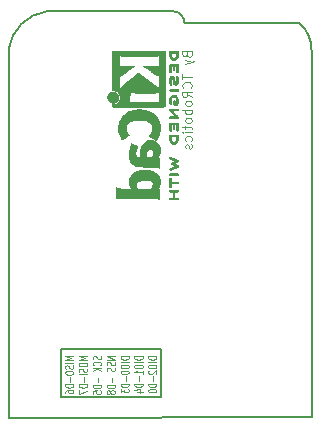
<source format=gbr>
%TF.GenerationSoftware,KiCad,Pcbnew,(5.0.0-3-g5ebb6b6)*%
%TF.CreationDate,2018-10-14T10:55:47+02:00*%
%TF.ProjectId,BricoLabs_ESP8266_LoRa_shield,427269636F4C6162735F455350383236,rev?*%
%TF.SameCoordinates,Original*%
%TF.FileFunction,Legend,Bot*%
%TF.FilePolarity,Positive*%
%FSLAX46Y46*%
G04 Gerber Fmt 4.6, Leading zero omitted, Abs format (unit mm)*
G04 Created by KiCad (PCBNEW (5.0.0-3-g5ebb6b6)) date Sunday, 14 de October de 2018, 10:55:47*
%MOMM*%
%LPD*%
G01*
G04 APERTURE LIST*
%ADD10C,0.125000*%
%ADD11C,0.150000*%
%ADD12C,0.122500*%
%ADD13C,0.010000*%
G04 APERTURE END LIST*
D10*
X142070528Y-83722135D02*
X142108623Y-83836421D01*
X142146718Y-83874516D01*
X142222909Y-83912611D01*
X142337194Y-83912611D01*
X142413385Y-83874516D01*
X142451480Y-83836421D01*
X142489575Y-83760230D01*
X142489575Y-83455468D01*
X141689575Y-83455468D01*
X141689575Y-83722135D01*
X141727671Y-83798326D01*
X141765766Y-83836421D01*
X141841956Y-83874516D01*
X141918147Y-83874516D01*
X141994337Y-83836421D01*
X142032432Y-83798326D01*
X142070528Y-83722135D01*
X142070528Y-83455468D01*
X141956242Y-84179278D02*
X142489575Y-84369754D01*
X141956242Y-84560230D02*
X142489575Y-84369754D01*
X142680051Y-84293564D01*
X142718147Y-84255468D01*
X142756242Y-84179278D01*
X141689575Y-85360230D02*
X141689575Y-85817373D01*
X142489575Y-85588802D02*
X141689575Y-85588802D01*
X142413385Y-86541183D02*
X142451480Y-86503087D01*
X142489575Y-86388802D01*
X142489575Y-86312611D01*
X142451480Y-86198326D01*
X142375290Y-86122135D01*
X142299099Y-86084040D01*
X142146718Y-86045945D01*
X142032432Y-86045945D01*
X141880051Y-86084040D01*
X141803861Y-86122135D01*
X141727671Y-86198326D01*
X141689575Y-86312611D01*
X141689575Y-86388802D01*
X141727671Y-86503087D01*
X141765766Y-86541183D01*
X142489575Y-87341183D02*
X142108623Y-87074516D01*
X142489575Y-86884040D02*
X141689575Y-86884040D01*
X141689575Y-87188802D01*
X141727671Y-87264992D01*
X141765766Y-87303087D01*
X141841956Y-87341183D01*
X141956242Y-87341183D01*
X142032432Y-87303087D01*
X142070528Y-87264992D01*
X142108623Y-87188802D01*
X142108623Y-86884040D01*
X142489575Y-87798326D02*
X142451480Y-87722135D01*
X142413385Y-87684040D01*
X142337194Y-87645945D01*
X142108623Y-87645945D01*
X142032432Y-87684040D01*
X141994337Y-87722135D01*
X141956242Y-87798326D01*
X141956242Y-87912611D01*
X141994337Y-87988802D01*
X142032432Y-88026897D01*
X142108623Y-88064992D01*
X142337194Y-88064992D01*
X142413385Y-88026897D01*
X142451480Y-87988802D01*
X142489575Y-87912611D01*
X142489575Y-87798326D01*
X142489575Y-88407849D02*
X141689575Y-88407849D01*
X141994337Y-88407849D02*
X141956242Y-88484040D01*
X141956242Y-88636421D01*
X141994337Y-88712611D01*
X142032432Y-88750707D01*
X142108623Y-88788802D01*
X142337194Y-88788802D01*
X142413385Y-88750707D01*
X142451480Y-88712611D01*
X142489575Y-88636421D01*
X142489575Y-88484040D01*
X142451480Y-88407849D01*
X142489575Y-89245945D02*
X142451480Y-89169754D01*
X142413385Y-89131659D01*
X142337194Y-89093564D01*
X142108623Y-89093564D01*
X142032432Y-89131659D01*
X141994337Y-89169754D01*
X141956242Y-89245945D01*
X141956242Y-89360230D01*
X141994337Y-89436421D01*
X142032432Y-89474516D01*
X142108623Y-89512611D01*
X142337194Y-89512611D01*
X142413385Y-89474516D01*
X142451480Y-89436421D01*
X142489575Y-89360230D01*
X142489575Y-89245945D01*
X141956242Y-89741183D02*
X141956242Y-90045945D01*
X141689575Y-89855468D02*
X142375290Y-89855468D01*
X142451480Y-89893564D01*
X142489575Y-89969754D01*
X142489575Y-90045945D01*
X142489575Y-90312611D02*
X141956242Y-90312611D01*
X141689575Y-90312611D02*
X141727671Y-90274516D01*
X141765766Y-90312611D01*
X141727671Y-90350707D01*
X141689575Y-90312611D01*
X141765766Y-90312611D01*
X142451480Y-91036421D02*
X142489575Y-90960230D01*
X142489575Y-90807849D01*
X142451480Y-90731659D01*
X142413385Y-90693564D01*
X142337194Y-90655468D01*
X142108623Y-90655468D01*
X142032432Y-90693564D01*
X141994337Y-90731659D01*
X141956242Y-90807849D01*
X141956242Y-90960230D01*
X141994337Y-91036421D01*
X142451480Y-91341183D02*
X142489575Y-91417373D01*
X142489575Y-91569754D01*
X142451480Y-91645945D01*
X142375290Y-91684040D01*
X142337194Y-91684040D01*
X142261004Y-91645945D01*
X142222909Y-91569754D01*
X142222909Y-91455468D01*
X142184813Y-91379278D01*
X142108623Y-91341183D01*
X142070528Y-91341183D01*
X141994337Y-91379278D01*
X141956242Y-91455468D01*
X141956242Y-91569754D01*
X141994337Y-91645945D01*
D11*
X140878600Y-80062000D02*
G75*
G02X141878600Y-81062000I0J-1000000D01*
G01*
X151620379Y-81068606D02*
G75*
G02X152628600Y-83312000I-1991779J-2243394D01*
G01*
X139919330Y-108699048D02*
X131419330Y-108699048D01*
X139919330Y-112699048D02*
X139919330Y-108699048D01*
X131419330Y-112699048D02*
X139919330Y-112699048D01*
X131419330Y-108699048D02*
X131419330Y-112699048D01*
D12*
X132468496Y-109275339D02*
X131768496Y-109275339D01*
X132268496Y-109438673D01*
X131768496Y-109602006D01*
X132468496Y-109602006D01*
X132468496Y-109835339D02*
X131768496Y-109835339D01*
X132435163Y-110045339D02*
X132468496Y-110115339D01*
X132468496Y-110232006D01*
X132435163Y-110278673D01*
X132401830Y-110302006D01*
X132335163Y-110325339D01*
X132268496Y-110325339D01*
X132201830Y-110302006D01*
X132168496Y-110278673D01*
X132135163Y-110232006D01*
X132101830Y-110138673D01*
X132068496Y-110092006D01*
X132035163Y-110068673D01*
X131968496Y-110045339D01*
X131901830Y-110045339D01*
X131835163Y-110068673D01*
X131801830Y-110092006D01*
X131768496Y-110138673D01*
X131768496Y-110255339D01*
X131801830Y-110325339D01*
X131768496Y-110628673D02*
X131768496Y-110722006D01*
X131801830Y-110768673D01*
X131868496Y-110815339D01*
X132001830Y-110838673D01*
X132235163Y-110838673D01*
X132368496Y-110815339D01*
X132435163Y-110768673D01*
X132468496Y-110722006D01*
X132468496Y-110628673D01*
X132435163Y-110582006D01*
X132368496Y-110535339D01*
X132235163Y-110512006D01*
X132001830Y-110512006D01*
X131868496Y-110535339D01*
X131801830Y-110582006D01*
X131768496Y-110628673D01*
X132201830Y-111048673D02*
X132201830Y-111422006D01*
X132468496Y-111655339D02*
X131768496Y-111655339D01*
X131768496Y-111772006D01*
X131801830Y-111842006D01*
X131868496Y-111888673D01*
X131935163Y-111912006D01*
X132068496Y-111935339D01*
X132168496Y-111935339D01*
X132301830Y-111912006D01*
X132368496Y-111888673D01*
X132435163Y-111842006D01*
X132468496Y-111772006D01*
X132468496Y-111655339D01*
X131768496Y-112355339D02*
X131768496Y-112262006D01*
X131801830Y-112215339D01*
X131835163Y-112192006D01*
X131935163Y-112145339D01*
X132068496Y-112122006D01*
X132335163Y-112122006D01*
X132401830Y-112145339D01*
X132435163Y-112168673D01*
X132468496Y-112215339D01*
X132468496Y-112308673D01*
X132435163Y-112355339D01*
X132401830Y-112378673D01*
X132335163Y-112402006D01*
X132168496Y-112402006D01*
X132101830Y-112378673D01*
X132068496Y-112355339D01*
X132035163Y-112308673D01*
X132035163Y-112215339D01*
X132068496Y-112168673D01*
X132101830Y-112145339D01*
X132168496Y-112122006D01*
X133640996Y-109275339D02*
X132940996Y-109275339D01*
X133440996Y-109438673D01*
X132940996Y-109602006D01*
X133640996Y-109602006D01*
X132940996Y-109928673D02*
X132940996Y-110022006D01*
X132974330Y-110068673D01*
X133040996Y-110115339D01*
X133174330Y-110138673D01*
X133407663Y-110138673D01*
X133540996Y-110115339D01*
X133607663Y-110068673D01*
X133640996Y-110022006D01*
X133640996Y-109928673D01*
X133607663Y-109882006D01*
X133540996Y-109835339D01*
X133407663Y-109812006D01*
X133174330Y-109812006D01*
X133040996Y-109835339D01*
X132974330Y-109882006D01*
X132940996Y-109928673D01*
X133607663Y-110325339D02*
X133640996Y-110395339D01*
X133640996Y-110512006D01*
X133607663Y-110558673D01*
X133574330Y-110582006D01*
X133507663Y-110605339D01*
X133440996Y-110605339D01*
X133374330Y-110582006D01*
X133340996Y-110558673D01*
X133307663Y-110512006D01*
X133274330Y-110418673D01*
X133240996Y-110372006D01*
X133207663Y-110348673D01*
X133140996Y-110325339D01*
X133074330Y-110325339D01*
X133007663Y-110348673D01*
X132974330Y-110372006D01*
X132940996Y-110418673D01*
X132940996Y-110535339D01*
X132974330Y-110605339D01*
X133640996Y-110815339D02*
X132940996Y-110815339D01*
X133374330Y-111048673D02*
X133374330Y-111422006D01*
X133640996Y-111655339D02*
X132940996Y-111655339D01*
X132940996Y-111772006D01*
X132974330Y-111842006D01*
X133040996Y-111888673D01*
X133107663Y-111912006D01*
X133240996Y-111935339D01*
X133340996Y-111935339D01*
X133474330Y-111912006D01*
X133540996Y-111888673D01*
X133607663Y-111842006D01*
X133640996Y-111772006D01*
X133640996Y-111655339D01*
X132940996Y-112098673D02*
X132940996Y-112425339D01*
X133640996Y-112215339D01*
X134780163Y-109252006D02*
X134813496Y-109322006D01*
X134813496Y-109438673D01*
X134780163Y-109485339D01*
X134746830Y-109508673D01*
X134680163Y-109532006D01*
X134613496Y-109532006D01*
X134546830Y-109508673D01*
X134513496Y-109485339D01*
X134480163Y-109438673D01*
X134446830Y-109345339D01*
X134413496Y-109298673D01*
X134380163Y-109275339D01*
X134313496Y-109252006D01*
X134246830Y-109252006D01*
X134180163Y-109275339D01*
X134146830Y-109298673D01*
X134113496Y-109345339D01*
X134113496Y-109462006D01*
X134146830Y-109532006D01*
X134746830Y-110022006D02*
X134780163Y-109998673D01*
X134813496Y-109928673D01*
X134813496Y-109882006D01*
X134780163Y-109812006D01*
X134713496Y-109765339D01*
X134646830Y-109742006D01*
X134513496Y-109718673D01*
X134413496Y-109718673D01*
X134280163Y-109742006D01*
X134213496Y-109765339D01*
X134146830Y-109812006D01*
X134113496Y-109882006D01*
X134113496Y-109928673D01*
X134146830Y-109998673D01*
X134180163Y-110022006D01*
X134813496Y-110232006D02*
X134113496Y-110232006D01*
X134813496Y-110512006D02*
X134413496Y-110302006D01*
X134113496Y-110512006D02*
X134513496Y-110232006D01*
X134546830Y-111095339D02*
X134546830Y-111468673D01*
X134813496Y-111702006D02*
X134113496Y-111702006D01*
X134113496Y-111818673D01*
X134146830Y-111888673D01*
X134213496Y-111935339D01*
X134280163Y-111958673D01*
X134413496Y-111982006D01*
X134513496Y-111982006D01*
X134646830Y-111958673D01*
X134713496Y-111935339D01*
X134780163Y-111888673D01*
X134813496Y-111818673D01*
X134813496Y-111702006D01*
X134113496Y-112425339D02*
X134113496Y-112192006D01*
X134446830Y-112168673D01*
X134413496Y-112192006D01*
X134380163Y-112238673D01*
X134380163Y-112355339D01*
X134413496Y-112402006D01*
X134446830Y-112425339D01*
X134513496Y-112448673D01*
X134680163Y-112448673D01*
X134746830Y-112425339D01*
X134780163Y-112402006D01*
X134813496Y-112355339D01*
X134813496Y-112238673D01*
X134780163Y-112192006D01*
X134746830Y-112168673D01*
X135985996Y-109275339D02*
X135285996Y-109275339D01*
X135985996Y-109555339D01*
X135285996Y-109555339D01*
X135952663Y-109765339D02*
X135985996Y-109835339D01*
X135985996Y-109952006D01*
X135952663Y-109998673D01*
X135919330Y-110022006D01*
X135852663Y-110045339D01*
X135785996Y-110045339D01*
X135719330Y-110022006D01*
X135685996Y-109998673D01*
X135652663Y-109952006D01*
X135619330Y-109858673D01*
X135585996Y-109812006D01*
X135552663Y-109788673D01*
X135485996Y-109765339D01*
X135419330Y-109765339D01*
X135352663Y-109788673D01*
X135319330Y-109812006D01*
X135285996Y-109858673D01*
X135285996Y-109975339D01*
X135319330Y-110045339D01*
X135952663Y-110232006D02*
X135985996Y-110302006D01*
X135985996Y-110418673D01*
X135952663Y-110465339D01*
X135919330Y-110488673D01*
X135852663Y-110512006D01*
X135785996Y-110512006D01*
X135719330Y-110488673D01*
X135685996Y-110465339D01*
X135652663Y-110418673D01*
X135619330Y-110325339D01*
X135585996Y-110278673D01*
X135552663Y-110255339D01*
X135485996Y-110232006D01*
X135419330Y-110232006D01*
X135352663Y-110255339D01*
X135319330Y-110278673D01*
X135285996Y-110325339D01*
X135285996Y-110442006D01*
X135319330Y-110512006D01*
X135719330Y-111095339D02*
X135719330Y-111468673D01*
X135985996Y-111702006D02*
X135285996Y-111702006D01*
X135285996Y-111818673D01*
X135319330Y-111888673D01*
X135385996Y-111935339D01*
X135452663Y-111958673D01*
X135585996Y-111982006D01*
X135685996Y-111982006D01*
X135819330Y-111958673D01*
X135885996Y-111935339D01*
X135952663Y-111888673D01*
X135985996Y-111818673D01*
X135985996Y-111702006D01*
X135585996Y-112262006D02*
X135552663Y-112215339D01*
X135519330Y-112192006D01*
X135452663Y-112168673D01*
X135419330Y-112168673D01*
X135352663Y-112192006D01*
X135319330Y-112215339D01*
X135285996Y-112262006D01*
X135285996Y-112355339D01*
X135319330Y-112402006D01*
X135352663Y-112425339D01*
X135419330Y-112448673D01*
X135452663Y-112448673D01*
X135519330Y-112425339D01*
X135552663Y-112402006D01*
X135585996Y-112355339D01*
X135585996Y-112262006D01*
X135619330Y-112215339D01*
X135652663Y-112192006D01*
X135719330Y-112168673D01*
X135852663Y-112168673D01*
X135919330Y-112192006D01*
X135952663Y-112215339D01*
X135985996Y-112262006D01*
X135985996Y-112355339D01*
X135952663Y-112402006D01*
X135919330Y-112425339D01*
X135852663Y-112448673D01*
X135719330Y-112448673D01*
X135652663Y-112425339D01*
X135619330Y-112402006D01*
X135585996Y-112355339D01*
X137158496Y-109275339D02*
X136458496Y-109275339D01*
X136458496Y-109392006D01*
X136491830Y-109462006D01*
X136558496Y-109508673D01*
X136625163Y-109532006D01*
X136758496Y-109555339D01*
X136858496Y-109555339D01*
X136991830Y-109532006D01*
X137058496Y-109508673D01*
X137125163Y-109462006D01*
X137158496Y-109392006D01*
X137158496Y-109275339D01*
X137158496Y-109765339D02*
X136458496Y-109765339D01*
X136458496Y-110092006D02*
X136458496Y-110185339D01*
X136491830Y-110232006D01*
X136558496Y-110278673D01*
X136691830Y-110302006D01*
X136925163Y-110302006D01*
X137058496Y-110278673D01*
X137125163Y-110232006D01*
X137158496Y-110185339D01*
X137158496Y-110092006D01*
X137125163Y-110045339D01*
X137058496Y-109998673D01*
X136925163Y-109975339D01*
X136691830Y-109975339D01*
X136558496Y-109998673D01*
X136491830Y-110045339D01*
X136458496Y-110092006D01*
X136458496Y-110605339D02*
X136458496Y-110652006D01*
X136491830Y-110698673D01*
X136525163Y-110722006D01*
X136591830Y-110745339D01*
X136725163Y-110768673D01*
X136891830Y-110768673D01*
X137025163Y-110745339D01*
X137091830Y-110722006D01*
X137125163Y-110698673D01*
X137158496Y-110652006D01*
X137158496Y-110605339D01*
X137125163Y-110558673D01*
X137091830Y-110535339D01*
X137025163Y-110512006D01*
X136891830Y-110488673D01*
X136725163Y-110488673D01*
X136591830Y-110512006D01*
X136525163Y-110535339D01*
X136491830Y-110558673D01*
X136458496Y-110605339D01*
X136891830Y-110978673D02*
X136891830Y-111352006D01*
X137158496Y-111585339D02*
X136458496Y-111585339D01*
X136458496Y-111702006D01*
X136491830Y-111772006D01*
X136558496Y-111818673D01*
X136625163Y-111842006D01*
X136758496Y-111865339D01*
X136858496Y-111865339D01*
X136991830Y-111842006D01*
X137058496Y-111818673D01*
X137125163Y-111772006D01*
X137158496Y-111702006D01*
X137158496Y-111585339D01*
X136458496Y-112028673D02*
X136458496Y-112332006D01*
X136725163Y-112168673D01*
X136725163Y-112238673D01*
X136758496Y-112285339D01*
X136791830Y-112308673D01*
X136858496Y-112332006D01*
X137025163Y-112332006D01*
X137091830Y-112308673D01*
X137125163Y-112285339D01*
X137158496Y-112238673D01*
X137158496Y-112098673D01*
X137125163Y-112052006D01*
X137091830Y-112028673D01*
X138330996Y-109275339D02*
X137630996Y-109275339D01*
X137630996Y-109392006D01*
X137664330Y-109462006D01*
X137730996Y-109508673D01*
X137797663Y-109532006D01*
X137930996Y-109555339D01*
X138030996Y-109555339D01*
X138164330Y-109532006D01*
X138230996Y-109508673D01*
X138297663Y-109462006D01*
X138330996Y-109392006D01*
X138330996Y-109275339D01*
X138330996Y-109765339D02*
X137630996Y-109765339D01*
X137630996Y-110092006D02*
X137630996Y-110185339D01*
X137664330Y-110232006D01*
X137730996Y-110278673D01*
X137864330Y-110302006D01*
X138097663Y-110302006D01*
X138230996Y-110278673D01*
X138297663Y-110232006D01*
X138330996Y-110185339D01*
X138330996Y-110092006D01*
X138297663Y-110045339D01*
X138230996Y-109998673D01*
X138097663Y-109975339D01*
X137864330Y-109975339D01*
X137730996Y-109998673D01*
X137664330Y-110045339D01*
X137630996Y-110092006D01*
X138330996Y-110768673D02*
X138330996Y-110488673D01*
X138330996Y-110628673D02*
X137630996Y-110628673D01*
X137730996Y-110582006D01*
X137797663Y-110535339D01*
X137830996Y-110488673D01*
X138064330Y-110978673D02*
X138064330Y-111352006D01*
X138330996Y-111585339D02*
X137630996Y-111585339D01*
X137630996Y-111702006D01*
X137664330Y-111772006D01*
X137730996Y-111818673D01*
X137797663Y-111842006D01*
X137930996Y-111865339D01*
X138030996Y-111865339D01*
X138164330Y-111842006D01*
X138230996Y-111818673D01*
X138297663Y-111772006D01*
X138330996Y-111702006D01*
X138330996Y-111585339D01*
X137864330Y-112285339D02*
X138330996Y-112285339D01*
X137597663Y-112168673D02*
X138097663Y-112052006D01*
X138097663Y-112355339D01*
X139503496Y-109275339D02*
X138803496Y-109275339D01*
X138803496Y-109392006D01*
X138836830Y-109462006D01*
X138903496Y-109508673D01*
X138970163Y-109532006D01*
X139103496Y-109555339D01*
X139203496Y-109555339D01*
X139336830Y-109532006D01*
X139403496Y-109508673D01*
X139470163Y-109462006D01*
X139503496Y-109392006D01*
X139503496Y-109275339D01*
X139503496Y-109765339D02*
X138803496Y-109765339D01*
X138803496Y-110092006D02*
X138803496Y-110185339D01*
X138836830Y-110232006D01*
X138903496Y-110278673D01*
X139036830Y-110302006D01*
X139270163Y-110302006D01*
X139403496Y-110278673D01*
X139470163Y-110232006D01*
X139503496Y-110185339D01*
X139503496Y-110092006D01*
X139470163Y-110045339D01*
X139403496Y-109998673D01*
X139270163Y-109975339D01*
X139036830Y-109975339D01*
X138903496Y-109998673D01*
X138836830Y-110045339D01*
X138803496Y-110092006D01*
X138870163Y-110488673D02*
X138836830Y-110512006D01*
X138803496Y-110558673D01*
X138803496Y-110675339D01*
X138836830Y-110722006D01*
X138870163Y-110745339D01*
X138936830Y-110768673D01*
X139003496Y-110768673D01*
X139103496Y-110745339D01*
X139503496Y-110465339D01*
X139503496Y-110768673D01*
X139236830Y-110978673D02*
X139236830Y-111352006D01*
X139503496Y-111585339D02*
X138803496Y-111585339D01*
X138803496Y-111702006D01*
X138836830Y-111772006D01*
X138903496Y-111818673D01*
X138970163Y-111842006D01*
X139103496Y-111865339D01*
X139203496Y-111865339D01*
X139336830Y-111842006D01*
X139403496Y-111818673D01*
X139470163Y-111772006D01*
X139503496Y-111702006D01*
X139503496Y-111585339D01*
X138803496Y-112168673D02*
X138803496Y-112215339D01*
X138836830Y-112262006D01*
X138870163Y-112285339D01*
X138936830Y-112308673D01*
X139070163Y-112332006D01*
X139236830Y-112332006D01*
X139370163Y-112308673D01*
X139436830Y-112285339D01*
X139470163Y-112262006D01*
X139503496Y-112215339D01*
X139503496Y-112168673D01*
X139470163Y-112122006D01*
X139436830Y-112098673D01*
X139370163Y-112075339D01*
X139236830Y-112052006D01*
X139070163Y-112052006D01*
X138936830Y-112075339D01*
X138870163Y-112098673D01*
X138836830Y-112122006D01*
X138803496Y-112168673D01*
D11*
X140878600Y-80062000D02*
X130225800Y-80060800D01*
X152628600Y-114452400D02*
X152628600Y-83312000D01*
X126976364Y-83308794D02*
G75*
G02X130225800Y-80060800I3779835J-532077D01*
G01*
X151628600Y-81062000D02*
X141878600Y-81062000D01*
X127027671Y-114490707D02*
X126974600Y-83312000D01*
X127027671Y-114490707D02*
X152628600Y-114452400D01*
D13*
G36*
X135339242Y-87417664D02*
X135363480Y-87513939D01*
X135406312Y-87600523D01*
X135466090Y-87675334D01*
X135541165Y-87736289D01*
X135629891Y-87781308D01*
X135726201Y-87807571D01*
X135823466Y-87813421D01*
X135917325Y-87798567D01*
X136005182Y-87764867D01*
X136084441Y-87714179D01*
X136152507Y-87648362D01*
X136206783Y-87569273D01*
X136244673Y-87478773D01*
X136257097Y-87427507D01*
X136264618Y-87383009D01*
X136267590Y-87348708D01*
X136265765Y-87315747D01*
X136258896Y-87275273D01*
X136251921Y-87242176D01*
X136220412Y-87148760D01*
X136169288Y-87065088D01*
X136100100Y-86993042D01*
X136014399Y-86934507D01*
X135987160Y-86920559D01*
X135950793Y-86904121D01*
X135920253Y-86893813D01*
X135888121Y-86888247D01*
X135846978Y-86886038D01*
X135800893Y-86885759D01*
X135716536Y-86889846D01*
X135647257Y-86903261D01*
X135586632Y-86928451D01*
X135528238Y-86967861D01*
X135483973Y-87006409D01*
X135418155Y-87078301D01*
X135372724Y-87153394D01*
X135345521Y-87236145D01*
X135335247Y-87313779D01*
X135339242Y-87417664D01*
X135339242Y-87417664D01*
G37*
X135339242Y-87417664D02*
X135363480Y-87513939D01*
X135406312Y-87600523D01*
X135466090Y-87675334D01*
X135541165Y-87736289D01*
X135629891Y-87781308D01*
X135726201Y-87807571D01*
X135823466Y-87813421D01*
X135917325Y-87798567D01*
X136005182Y-87764867D01*
X136084441Y-87714179D01*
X136152507Y-87648362D01*
X136206783Y-87569273D01*
X136244673Y-87478773D01*
X136257097Y-87427507D01*
X136264618Y-87383009D01*
X136267590Y-87348708D01*
X136265765Y-87315747D01*
X136258896Y-87275273D01*
X136251921Y-87242176D01*
X136220412Y-87148760D01*
X136169288Y-87065088D01*
X136100100Y-86993042D01*
X136014399Y-86934507D01*
X135987160Y-86920559D01*
X135950793Y-86904121D01*
X135920253Y-86893813D01*
X135888121Y-86888247D01*
X135846978Y-86886038D01*
X135800893Y-86885759D01*
X135716536Y-86889846D01*
X135647257Y-86903261D01*
X135586632Y-86928451D01*
X135528238Y-86967861D01*
X135483973Y-87006409D01*
X135418155Y-87078301D01*
X135372724Y-87153394D01*
X135345521Y-87236145D01*
X135335247Y-87313779D01*
X135339242Y-87417664D01*
G36*
X137784916Y-95877214D02*
X138019333Y-95877233D01*
X138232274Y-95877259D01*
X138424839Y-95877332D01*
X138598130Y-95877489D01*
X138753247Y-95877771D01*
X138891291Y-95878216D01*
X139013363Y-95878863D01*
X139120565Y-95879752D01*
X139213997Y-95880920D01*
X139294761Y-95882408D01*
X139363957Y-95884253D01*
X139422686Y-95886496D01*
X139472050Y-95889176D01*
X139513149Y-95892330D01*
X139547084Y-95895999D01*
X139574957Y-95900220D01*
X139597869Y-95905034D01*
X139616920Y-95910480D01*
X139633211Y-95916595D01*
X139647844Y-95923419D01*
X139661920Y-95930992D01*
X139676539Y-95939352D01*
X139685645Y-95944546D01*
X139746360Y-95978811D01*
X139746360Y-95120662D01*
X139650404Y-95120662D01*
X139607041Y-95119931D01*
X139573876Y-95117979D01*
X139556095Y-95115170D01*
X139554449Y-95113928D01*
X139561333Y-95102506D01*
X139579176Y-95079791D01*
X139598550Y-95057092D01*
X139639285Y-95002507D01*
X139680288Y-94933028D01*
X139717794Y-94855977D01*
X139748035Y-94778672D01*
X139757683Y-94747820D01*
X139772249Y-94679323D01*
X139782210Y-94596471D01*
X139787254Y-94507078D01*
X139787067Y-94418955D01*
X139781337Y-94339914D01*
X139775529Y-94302218D01*
X139737468Y-94164121D01*
X139679744Y-94036820D01*
X139602882Y-93920999D01*
X139507410Y-93817344D01*
X139393850Y-93726540D01*
X139283052Y-93659738D01*
X139166296Y-93604871D01*
X139046947Y-93562870D01*
X138920954Y-93532874D01*
X138784265Y-93514018D01*
X138632829Y-93505439D01*
X138555382Y-93504713D01*
X138498605Y-93506807D01*
X138498605Y-94335924D01*
X138591673Y-94336131D01*
X138679363Y-94339044D01*
X138756443Y-94344707D01*
X138817680Y-94353162D01*
X138830021Y-94355745D01*
X138937304Y-94387547D01*
X139024329Y-94429205D01*
X139091313Y-94481070D01*
X139138476Y-94543488D01*
X139166036Y-94616807D01*
X139174212Y-94701376D01*
X139163222Y-94797542D01*
X139147500Y-94861018D01*
X139129310Y-94910161D01*
X139103462Y-94964290D01*
X139079760Y-95004951D01*
X139033392Y-95075507D01*
X137883201Y-95075507D01*
X137839633Y-95008099D01*
X137798711Y-94929574D01*
X137772060Y-94845388D01*
X137760136Y-94760264D01*
X137763393Y-94678923D01*
X137782286Y-94606087D01*
X137797855Y-94574133D01*
X137840852Y-94516208D01*
X137897624Y-94467251D01*
X137970246Y-94426097D01*
X138060792Y-94391581D01*
X138171337Y-94362540D01*
X138177204Y-94361259D01*
X138239459Y-94351088D01*
X138317265Y-94343446D01*
X138405391Y-94338377D01*
X138498605Y-94335924D01*
X138498605Y-93506807D01*
X138342566Y-93512564D01*
X138146730Y-93534509D01*
X137968003Y-93570493D01*
X137806516Y-93620466D01*
X137662397Y-93684375D01*
X137535777Y-93762169D01*
X137426786Y-93853796D01*
X137335554Y-93959204D01*
X137304603Y-94004369D01*
X137248456Y-94105318D01*
X137208845Y-94208608D01*
X137184685Y-94318696D01*
X137174890Y-94440037D01*
X137175936Y-94532543D01*
X137186902Y-94662197D01*
X137208717Y-94774791D01*
X137242385Y-94873582D01*
X137288907Y-94961828D01*
X137323119Y-95010693D01*
X137345033Y-95040060D01*
X137360004Y-95061750D01*
X137364404Y-95069960D01*
X137353575Y-95071575D01*
X137322922Y-95072866D01*
X137275197Y-95073845D01*
X137213150Y-95074524D01*
X137139533Y-95074917D01*
X137057098Y-95075037D01*
X136968596Y-95074895D01*
X136876778Y-95074504D01*
X136784395Y-95073878D01*
X136694199Y-95073027D01*
X136608942Y-95071967D01*
X136531374Y-95070708D01*
X136464247Y-95069263D01*
X136410312Y-95067645D01*
X136372321Y-95065868D01*
X136365338Y-95065376D01*
X136294922Y-95057799D01*
X136239773Y-95046238D01*
X136192652Y-95028499D01*
X136146318Y-95002389D01*
X136136738Y-94996122D01*
X136100049Y-94971690D01*
X136100049Y-95877018D01*
X137784916Y-95877214D01*
X137784916Y-95877214D01*
G37*
X137784916Y-95877214D02*
X138019333Y-95877233D01*
X138232274Y-95877259D01*
X138424839Y-95877332D01*
X138598130Y-95877489D01*
X138753247Y-95877771D01*
X138891291Y-95878216D01*
X139013363Y-95878863D01*
X139120565Y-95879752D01*
X139213997Y-95880920D01*
X139294761Y-95882408D01*
X139363957Y-95884253D01*
X139422686Y-95886496D01*
X139472050Y-95889176D01*
X139513149Y-95892330D01*
X139547084Y-95895999D01*
X139574957Y-95900220D01*
X139597869Y-95905034D01*
X139616920Y-95910480D01*
X139633211Y-95916595D01*
X139647844Y-95923419D01*
X139661920Y-95930992D01*
X139676539Y-95939352D01*
X139685645Y-95944546D01*
X139746360Y-95978811D01*
X139746360Y-95120662D01*
X139650404Y-95120662D01*
X139607041Y-95119931D01*
X139573876Y-95117979D01*
X139556095Y-95115170D01*
X139554449Y-95113928D01*
X139561333Y-95102506D01*
X139579176Y-95079791D01*
X139598550Y-95057092D01*
X139639285Y-95002507D01*
X139680288Y-94933028D01*
X139717794Y-94855977D01*
X139748035Y-94778672D01*
X139757683Y-94747820D01*
X139772249Y-94679323D01*
X139782210Y-94596471D01*
X139787254Y-94507078D01*
X139787067Y-94418955D01*
X139781337Y-94339914D01*
X139775529Y-94302218D01*
X139737468Y-94164121D01*
X139679744Y-94036820D01*
X139602882Y-93920999D01*
X139507410Y-93817344D01*
X139393850Y-93726540D01*
X139283052Y-93659738D01*
X139166296Y-93604871D01*
X139046947Y-93562870D01*
X138920954Y-93532874D01*
X138784265Y-93514018D01*
X138632829Y-93505439D01*
X138555382Y-93504713D01*
X138498605Y-93506807D01*
X138498605Y-94335924D01*
X138591673Y-94336131D01*
X138679363Y-94339044D01*
X138756443Y-94344707D01*
X138817680Y-94353162D01*
X138830021Y-94355745D01*
X138937304Y-94387547D01*
X139024329Y-94429205D01*
X139091313Y-94481070D01*
X139138476Y-94543488D01*
X139166036Y-94616807D01*
X139174212Y-94701376D01*
X139163222Y-94797542D01*
X139147500Y-94861018D01*
X139129310Y-94910161D01*
X139103462Y-94964290D01*
X139079760Y-95004951D01*
X139033392Y-95075507D01*
X137883201Y-95075507D01*
X137839633Y-95008099D01*
X137798711Y-94929574D01*
X137772060Y-94845388D01*
X137760136Y-94760264D01*
X137763393Y-94678923D01*
X137782286Y-94606087D01*
X137797855Y-94574133D01*
X137840852Y-94516208D01*
X137897624Y-94467251D01*
X137970246Y-94426097D01*
X138060792Y-94391581D01*
X138171337Y-94362540D01*
X138177204Y-94361259D01*
X138239459Y-94351088D01*
X138317265Y-94343446D01*
X138405391Y-94338377D01*
X138498605Y-94335924D01*
X138498605Y-93506807D01*
X138342566Y-93512564D01*
X138146730Y-93534509D01*
X137968003Y-93570493D01*
X137806516Y-93620466D01*
X137662397Y-93684375D01*
X137535777Y-93762169D01*
X137426786Y-93853796D01*
X137335554Y-93959204D01*
X137304603Y-94004369D01*
X137248456Y-94105318D01*
X137208845Y-94208608D01*
X137184685Y-94318696D01*
X137174890Y-94440037D01*
X137175936Y-94532543D01*
X137186902Y-94662197D01*
X137208717Y-94774791D01*
X137242385Y-94873582D01*
X137288907Y-94961828D01*
X137323119Y-95010693D01*
X137345033Y-95040060D01*
X137360004Y-95061750D01*
X137364404Y-95069960D01*
X137353575Y-95071575D01*
X137322922Y-95072866D01*
X137275197Y-95073845D01*
X137213150Y-95074524D01*
X137139533Y-95074917D01*
X137057098Y-95075037D01*
X136968596Y-95074895D01*
X136876778Y-95074504D01*
X136784395Y-95073878D01*
X136694199Y-95073027D01*
X136608942Y-95071967D01*
X136531374Y-95070708D01*
X136464247Y-95069263D01*
X136410312Y-95067645D01*
X136372321Y-95065868D01*
X136365338Y-95065376D01*
X136294922Y-95057799D01*
X136239773Y-95046238D01*
X136192652Y-95028499D01*
X136146318Y-95002389D01*
X136136738Y-94996122D01*
X136100049Y-94971690D01*
X136100049Y-95877018D01*
X137784916Y-95877214D01*
G36*
X137179223Y-92364281D02*
X137199238Y-92516199D01*
X137232873Y-92651463D01*
X137280396Y-92770946D01*
X137342076Y-92875522D01*
X137405636Y-92953131D01*
X137479770Y-93021972D01*
X137559542Y-93075713D01*
X137651762Y-93118617D01*
X137694832Y-93134091D01*
X137733813Y-93146951D01*
X137769960Y-93158153D01*
X137805105Y-93167827D01*
X137841081Y-93176103D01*
X137879721Y-93183110D01*
X137922856Y-93188979D01*
X137972320Y-93193838D01*
X138029944Y-93197817D01*
X138097562Y-93201047D01*
X138177005Y-93203656D01*
X138270107Y-93205774D01*
X138378698Y-93207531D01*
X138504613Y-93209056D01*
X138649683Y-93210479D01*
X138792449Y-93211732D01*
X138948639Y-93213058D01*
X139083910Y-93214263D01*
X139199917Y-93215473D01*
X139298316Y-93216813D01*
X139380764Y-93218407D01*
X139448917Y-93220382D01*
X139504431Y-93222863D01*
X139548963Y-93225976D01*
X139584169Y-93229845D01*
X139611705Y-93234596D01*
X139633227Y-93240355D01*
X139650393Y-93247246D01*
X139664857Y-93255396D01*
X139678277Y-93264930D01*
X139692309Y-93275973D01*
X139697742Y-93280273D01*
X139720581Y-93296093D01*
X139736134Y-93303129D01*
X139736593Y-93303151D01*
X139738792Y-93292274D01*
X139740818Y-93261289D01*
X139742613Y-93212664D01*
X139744122Y-93148870D01*
X139745287Y-93072376D01*
X139746051Y-92985651D01*
X139746357Y-92891164D01*
X139746360Y-92880257D01*
X139746360Y-92457364D01*
X139650293Y-92454102D01*
X139554227Y-92450840D01*
X139605214Y-92388751D01*
X139672728Y-92291421D01*
X139727420Y-92181520D01*
X139757649Y-92095056D01*
X139772337Y-92025985D01*
X139782330Y-91942632D01*
X139787317Y-91852866D01*
X139786984Y-91764552D01*
X139781022Y-91685558D01*
X139775309Y-91649329D01*
X139737447Y-91509310D01*
X139682603Y-91382885D01*
X139611595Y-91270967D01*
X139525239Y-91174469D01*
X139424350Y-91094307D01*
X139309747Y-91031394D01*
X139183655Y-90987019D01*
X139127072Y-90974685D01*
X139064873Y-90967075D01*
X138990034Y-90963446D01*
X138956138Y-90962952D01*
X138952953Y-90963017D01*
X138952953Y-91722955D01*
X139028004Y-91732248D01*
X139091831Y-91760435D01*
X139147469Y-91808904D01*
X139151882Y-91813961D01*
X139186708Y-91862255D01*
X139209291Y-91913964D01*
X139221211Y-91974696D01*
X139224054Y-92050059D01*
X139223649Y-92068166D01*
X139220996Y-92121985D01*
X139215580Y-92162015D01*
X139205416Y-92197031D01*
X139188521Y-92235810D01*
X139183343Y-92246452D01*
X139147515Y-92307103D01*
X139104883Y-92353922D01*
X139089644Y-92366659D01*
X139033133Y-92411329D01*
X138837257Y-92411329D01*
X138758610Y-92410793D01*
X138700659Y-92409103D01*
X138661546Y-92406135D01*
X138639412Y-92401764D01*
X138632945Y-92397679D01*
X138629782Y-92381754D01*
X138627159Y-92347971D01*
X138625326Y-92301047D01*
X138624528Y-92245700D01*
X138624513Y-92236813D01*
X138629767Y-92116037D01*
X138645934Y-92013367D01*
X138673632Y-91926813D01*
X138713479Y-91854388D01*
X138760429Y-91799458D01*
X138818316Y-91754911D01*
X138881364Y-91730187D01*
X138952953Y-91722955D01*
X138952953Y-90963017D01*
X138862383Y-90964885D01*
X138783483Y-90973229D01*
X138712261Y-90989475D01*
X138641535Y-91015112D01*
X138589164Y-91039108D01*
X138493867Y-91097727D01*
X138405841Y-91175824D01*
X138326688Y-91271022D01*
X138258011Y-91380945D01*
X138201412Y-91503217D01*
X138158492Y-91635462D01*
X138143553Y-91700129D01*
X138121448Y-91836311D01*
X138106865Y-91984756D01*
X138100484Y-92136212D01*
X138102116Y-92262771D01*
X138108895Y-92424657D01*
X138049916Y-92417237D01*
X137950763Y-92397945D01*
X137870043Y-92366811D01*
X137807137Y-92322976D01*
X137761427Y-92265578D01*
X137732293Y-92193755D01*
X137719118Y-92106648D01*
X137721282Y-92003393D01*
X137725283Y-91965418D01*
X137750451Y-91824227D01*
X137791485Y-91687414D01*
X137829486Y-91592885D01*
X137848861Y-91547725D01*
X137864431Y-91509292D01*
X137874076Y-91482941D01*
X137876123Y-91475253D01*
X137867045Y-91465509D01*
X137838076Y-91448790D01*
X137788888Y-91424939D01*
X137719155Y-91393800D01*
X137628550Y-91355214D01*
X137612760Y-91348617D01*
X137540443Y-91318560D01*
X137475096Y-91291581D01*
X137419577Y-91268843D01*
X137376743Y-91251513D01*
X137349452Y-91240755D01*
X137340613Y-91237648D01*
X137335858Y-91247647D01*
X137330581Y-91273924D01*
X137326902Y-91302196D01*
X137322145Y-91332353D01*
X137312699Y-91380140D01*
X137299491Y-91441319D01*
X137283447Y-91511653D01*
X137265491Y-91586901D01*
X137258468Y-91615462D01*
X137232880Y-91720523D01*
X137212818Y-91808187D01*
X137197640Y-91882775D01*
X137186706Y-91948610D01*
X137179375Y-92010014D01*
X137175006Y-92071309D01*
X137172958Y-92136817D01*
X137172560Y-92194835D01*
X137179223Y-92364281D01*
X137179223Y-92364281D01*
G37*
X137179223Y-92364281D02*
X137199238Y-92516199D01*
X137232873Y-92651463D01*
X137280396Y-92770946D01*
X137342076Y-92875522D01*
X137405636Y-92953131D01*
X137479770Y-93021972D01*
X137559542Y-93075713D01*
X137651762Y-93118617D01*
X137694832Y-93134091D01*
X137733813Y-93146951D01*
X137769960Y-93158153D01*
X137805105Y-93167827D01*
X137841081Y-93176103D01*
X137879721Y-93183110D01*
X137922856Y-93188979D01*
X137972320Y-93193838D01*
X138029944Y-93197817D01*
X138097562Y-93201047D01*
X138177005Y-93203656D01*
X138270107Y-93205774D01*
X138378698Y-93207531D01*
X138504613Y-93209056D01*
X138649683Y-93210479D01*
X138792449Y-93211732D01*
X138948639Y-93213058D01*
X139083910Y-93214263D01*
X139199917Y-93215473D01*
X139298316Y-93216813D01*
X139380764Y-93218407D01*
X139448917Y-93220382D01*
X139504431Y-93222863D01*
X139548963Y-93225976D01*
X139584169Y-93229845D01*
X139611705Y-93234596D01*
X139633227Y-93240355D01*
X139650393Y-93247246D01*
X139664857Y-93255396D01*
X139678277Y-93264930D01*
X139692309Y-93275973D01*
X139697742Y-93280273D01*
X139720581Y-93296093D01*
X139736134Y-93303129D01*
X139736593Y-93303151D01*
X139738792Y-93292274D01*
X139740818Y-93261289D01*
X139742613Y-93212664D01*
X139744122Y-93148870D01*
X139745287Y-93072376D01*
X139746051Y-92985651D01*
X139746357Y-92891164D01*
X139746360Y-92880257D01*
X139746360Y-92457364D01*
X139650293Y-92454102D01*
X139554227Y-92450840D01*
X139605214Y-92388751D01*
X139672728Y-92291421D01*
X139727420Y-92181520D01*
X139757649Y-92095056D01*
X139772337Y-92025985D01*
X139782330Y-91942632D01*
X139787317Y-91852866D01*
X139786984Y-91764552D01*
X139781022Y-91685558D01*
X139775309Y-91649329D01*
X139737447Y-91509310D01*
X139682603Y-91382885D01*
X139611595Y-91270967D01*
X139525239Y-91174469D01*
X139424350Y-91094307D01*
X139309747Y-91031394D01*
X139183655Y-90987019D01*
X139127072Y-90974685D01*
X139064873Y-90967075D01*
X138990034Y-90963446D01*
X138956138Y-90962952D01*
X138952953Y-90963017D01*
X138952953Y-91722955D01*
X139028004Y-91732248D01*
X139091831Y-91760435D01*
X139147469Y-91808904D01*
X139151882Y-91813961D01*
X139186708Y-91862255D01*
X139209291Y-91913964D01*
X139221211Y-91974696D01*
X139224054Y-92050059D01*
X139223649Y-92068166D01*
X139220996Y-92121985D01*
X139215580Y-92162015D01*
X139205416Y-92197031D01*
X139188521Y-92235810D01*
X139183343Y-92246452D01*
X139147515Y-92307103D01*
X139104883Y-92353922D01*
X139089644Y-92366659D01*
X139033133Y-92411329D01*
X138837257Y-92411329D01*
X138758610Y-92410793D01*
X138700659Y-92409103D01*
X138661546Y-92406135D01*
X138639412Y-92401764D01*
X138632945Y-92397679D01*
X138629782Y-92381754D01*
X138627159Y-92347971D01*
X138625326Y-92301047D01*
X138624528Y-92245700D01*
X138624513Y-92236813D01*
X138629767Y-92116037D01*
X138645934Y-92013367D01*
X138673632Y-91926813D01*
X138713479Y-91854388D01*
X138760429Y-91799458D01*
X138818316Y-91754911D01*
X138881364Y-91730187D01*
X138952953Y-91722955D01*
X138952953Y-90963017D01*
X138862383Y-90964885D01*
X138783483Y-90973229D01*
X138712261Y-90989475D01*
X138641535Y-91015112D01*
X138589164Y-91039108D01*
X138493867Y-91097727D01*
X138405841Y-91175824D01*
X138326688Y-91271022D01*
X138258011Y-91380945D01*
X138201412Y-91503217D01*
X138158492Y-91635462D01*
X138143553Y-91700129D01*
X138121448Y-91836311D01*
X138106865Y-91984756D01*
X138100484Y-92136212D01*
X138102116Y-92262771D01*
X138108895Y-92424657D01*
X138049916Y-92417237D01*
X137950763Y-92397945D01*
X137870043Y-92366811D01*
X137807137Y-92322976D01*
X137761427Y-92265578D01*
X137732293Y-92193755D01*
X137719118Y-92106648D01*
X137721282Y-92003393D01*
X137725283Y-91965418D01*
X137750451Y-91824227D01*
X137791485Y-91687414D01*
X137829486Y-91592885D01*
X137848861Y-91547725D01*
X137864431Y-91509292D01*
X137874076Y-91482941D01*
X137876123Y-91475253D01*
X137867045Y-91465509D01*
X137838076Y-91448790D01*
X137788888Y-91424939D01*
X137719155Y-91393800D01*
X137628550Y-91355214D01*
X137612760Y-91348617D01*
X137540443Y-91318560D01*
X137475096Y-91291581D01*
X137419577Y-91268843D01*
X137376743Y-91251513D01*
X137349452Y-91240755D01*
X137340613Y-91237648D01*
X137335858Y-91247647D01*
X137330581Y-91273924D01*
X137326902Y-91302196D01*
X137322145Y-91332353D01*
X137312699Y-91380140D01*
X137299491Y-91441319D01*
X137283447Y-91511653D01*
X137265491Y-91586901D01*
X137258468Y-91615462D01*
X137232880Y-91720523D01*
X137212818Y-91808187D01*
X137197640Y-91882775D01*
X137186706Y-91948610D01*
X137179375Y-92010014D01*
X137175006Y-92071309D01*
X137172958Y-92136817D01*
X137172560Y-92194835D01*
X137179223Y-92364281D01*
G36*
X136261742Y-90019136D02*
X136282916Y-90179277D01*
X136323056Y-90343217D01*
X136382560Y-90513020D01*
X136461825Y-90690750D01*
X136467370Y-90702017D01*
X136495396Y-90759712D01*
X136519473Y-90811259D01*
X136537920Y-90852898D01*
X136549057Y-90880869D01*
X136551604Y-90890440D01*
X136556612Y-90909657D01*
X136560818Y-90914268D01*
X136571251Y-90909165D01*
X136597539Y-90893125D01*
X136636928Y-90867995D01*
X136686662Y-90835621D01*
X136743986Y-90797850D01*
X136806147Y-90756529D01*
X136870389Y-90713505D01*
X136933956Y-90670624D01*
X136994096Y-90629733D01*
X137048051Y-90592678D01*
X137093068Y-90561307D01*
X137126392Y-90537466D01*
X137145268Y-90523001D01*
X137147458Y-90521016D01*
X137142809Y-90510898D01*
X137125633Y-90488557D01*
X137099111Y-90457987D01*
X137084635Y-90442243D01*
X137009353Y-90345754D01*
X136953912Y-90239043D01*
X136918812Y-90123539D01*
X136904551Y-90000669D01*
X136905722Y-89931268D01*
X136922883Y-89810130D01*
X136958765Y-89700912D01*
X137013630Y-89603289D01*
X137087741Y-89516935D01*
X137181359Y-89441522D01*
X137294747Y-89376725D01*
X137381338Y-89339308D01*
X137517037Y-89295455D01*
X137664521Y-89263135D01*
X137819985Y-89242264D01*
X137979627Y-89232758D01*
X138139644Y-89234534D01*
X138296232Y-89247510D01*
X138445589Y-89271601D01*
X138583911Y-89306725D01*
X138707395Y-89352799D01*
X138741649Y-89369080D01*
X138855735Y-89437327D01*
X138952228Y-89517786D01*
X139030341Y-89609277D01*
X139089288Y-89710618D01*
X139128283Y-89820627D01*
X139146539Y-89938122D01*
X139147882Y-89979590D01*
X139136961Y-90101148D01*
X139104145Y-90221585D01*
X139050110Y-90339373D01*
X138975536Y-90452984D01*
X138897210Y-90544392D01*
X138852679Y-90590922D01*
X139149942Y-90772190D01*
X139224104Y-90817287D01*
X139292317Y-90858526D01*
X139352130Y-90894442D01*
X139401091Y-90923573D01*
X139436750Y-90944457D01*
X139456655Y-90955631D01*
X139459750Y-90957082D01*
X139469389Y-90948853D01*
X139486670Y-90923274D01*
X139509954Y-90883580D01*
X139537605Y-90833004D01*
X139567986Y-90774781D01*
X139599461Y-90712144D01*
X139630393Y-90648328D01*
X139659144Y-90586567D01*
X139684079Y-90530095D01*
X139703560Y-90482145D01*
X139711989Y-90458693D01*
X139749804Y-90324928D01*
X139774807Y-90187034D01*
X139787811Y-90039329D01*
X139790139Y-89912540D01*
X139789044Y-89844585D01*
X139786946Y-89778984D01*
X139784105Y-89721554D01*
X139780777Y-89678110D01*
X139779093Y-89664005D01*
X139750258Y-89524991D01*
X139705139Y-89383464D01*
X139646421Y-89245982D01*
X139576791Y-89119101D01*
X139524112Y-89041596D01*
X139415910Y-88914188D01*
X139289342Y-88795885D01*
X139147537Y-88688879D01*
X138993622Y-88595359D01*
X138830724Y-88517517D01*
X138713427Y-88473663D01*
X138529799Y-88423415D01*
X138335252Y-88389916D01*
X138133996Y-88373156D01*
X137930239Y-88373123D01*
X137728192Y-88389808D01*
X137532063Y-88423200D01*
X137346062Y-88473287D01*
X137334474Y-88477104D01*
X137172421Y-88539988D01*
X137024503Y-88616735D01*
X136886536Y-88709949D01*
X136754332Y-88822234D01*
X136709070Y-88866099D01*
X136585128Y-89002241D01*
X136482586Y-89142198D01*
X136400327Y-89288118D01*
X136337235Y-89442149D01*
X136292194Y-89606439D01*
X136274704Y-89701996D01*
X136259137Y-89860730D01*
X136261742Y-90019136D01*
X136261742Y-90019136D01*
G37*
X136261742Y-90019136D02*
X136282916Y-90179277D01*
X136323056Y-90343217D01*
X136382560Y-90513020D01*
X136461825Y-90690750D01*
X136467370Y-90702017D01*
X136495396Y-90759712D01*
X136519473Y-90811259D01*
X136537920Y-90852898D01*
X136549057Y-90880869D01*
X136551604Y-90890440D01*
X136556612Y-90909657D01*
X136560818Y-90914268D01*
X136571251Y-90909165D01*
X136597539Y-90893125D01*
X136636928Y-90867995D01*
X136686662Y-90835621D01*
X136743986Y-90797850D01*
X136806147Y-90756529D01*
X136870389Y-90713505D01*
X136933956Y-90670624D01*
X136994096Y-90629733D01*
X137048051Y-90592678D01*
X137093068Y-90561307D01*
X137126392Y-90537466D01*
X137145268Y-90523001D01*
X137147458Y-90521016D01*
X137142809Y-90510898D01*
X137125633Y-90488557D01*
X137099111Y-90457987D01*
X137084635Y-90442243D01*
X137009353Y-90345754D01*
X136953912Y-90239043D01*
X136918812Y-90123539D01*
X136904551Y-90000669D01*
X136905722Y-89931268D01*
X136922883Y-89810130D01*
X136958765Y-89700912D01*
X137013630Y-89603289D01*
X137087741Y-89516935D01*
X137181359Y-89441522D01*
X137294747Y-89376725D01*
X137381338Y-89339308D01*
X137517037Y-89295455D01*
X137664521Y-89263135D01*
X137819985Y-89242264D01*
X137979627Y-89232758D01*
X138139644Y-89234534D01*
X138296232Y-89247510D01*
X138445589Y-89271601D01*
X138583911Y-89306725D01*
X138707395Y-89352799D01*
X138741649Y-89369080D01*
X138855735Y-89437327D01*
X138952228Y-89517786D01*
X139030341Y-89609277D01*
X139089288Y-89710618D01*
X139128283Y-89820627D01*
X139146539Y-89938122D01*
X139147882Y-89979590D01*
X139136961Y-90101148D01*
X139104145Y-90221585D01*
X139050110Y-90339373D01*
X138975536Y-90452984D01*
X138897210Y-90544392D01*
X138852679Y-90590922D01*
X139149942Y-90772190D01*
X139224104Y-90817287D01*
X139292317Y-90858526D01*
X139352130Y-90894442D01*
X139401091Y-90923573D01*
X139436750Y-90944457D01*
X139456655Y-90955631D01*
X139459750Y-90957082D01*
X139469389Y-90948853D01*
X139486670Y-90923274D01*
X139509954Y-90883580D01*
X139537605Y-90833004D01*
X139567986Y-90774781D01*
X139599461Y-90712144D01*
X139630393Y-90648328D01*
X139659144Y-90586567D01*
X139684079Y-90530095D01*
X139703560Y-90482145D01*
X139711989Y-90458693D01*
X139749804Y-90324928D01*
X139774807Y-90187034D01*
X139787811Y-90039329D01*
X139790139Y-89912540D01*
X139789044Y-89844585D01*
X139786946Y-89778984D01*
X139784105Y-89721554D01*
X139780777Y-89678110D01*
X139779093Y-89664005D01*
X139750258Y-89524991D01*
X139705139Y-89383464D01*
X139646421Y-89245982D01*
X139576791Y-89119101D01*
X139524112Y-89041596D01*
X139415910Y-88914188D01*
X139289342Y-88795885D01*
X139147537Y-88688879D01*
X138993622Y-88595359D01*
X138830724Y-88517517D01*
X138713427Y-88473663D01*
X138529799Y-88423415D01*
X138335252Y-88389916D01*
X138133996Y-88373156D01*
X137930239Y-88373123D01*
X137728192Y-88389808D01*
X137532063Y-88423200D01*
X137346062Y-88473287D01*
X137334474Y-88477104D01*
X137172421Y-88539988D01*
X137024503Y-88616735D01*
X136886536Y-88709949D01*
X136754332Y-88822234D01*
X136709070Y-88866099D01*
X136585128Y-89002241D01*
X136482586Y-89142198D01*
X136400327Y-89288118D01*
X136337235Y-89442149D01*
X136292194Y-89606439D01*
X136274704Y-89701996D01*
X136259137Y-89860730D01*
X136261742Y-90019136D01*
G36*
X135801725Y-86744307D02*
X135915664Y-86755172D01*
X136023287Y-86786789D01*
X136122286Y-86837692D01*
X136210355Y-86906414D01*
X136285187Y-86991488D01*
X136343055Y-87088475D01*
X136382676Y-87194743D01*
X136401244Y-87301757D01*
X136400105Y-87407407D01*
X136380601Y-87509582D01*
X136344077Y-87606173D01*
X136291876Y-87695069D01*
X136225344Y-87774161D01*
X136145823Y-87841338D01*
X136054658Y-87894490D01*
X135953194Y-87931508D01*
X135842773Y-87950280D01*
X135792877Y-87952218D01*
X135704938Y-87952218D01*
X135704938Y-88004147D01*
X135707782Y-88040454D01*
X135719582Y-88067352D01*
X135743320Y-88094458D01*
X135781702Y-88132840D01*
X137973273Y-88132840D01*
X138235410Y-88132831D01*
X138475912Y-88132799D01*
X138695719Y-88132735D01*
X138895772Y-88132631D01*
X139077015Y-88132480D01*
X139240387Y-88132273D01*
X139386831Y-88132001D01*
X139517288Y-88131657D01*
X139632700Y-88131233D01*
X139734009Y-88130720D01*
X139822155Y-88130110D01*
X139898081Y-88129395D01*
X139962728Y-88128567D01*
X140017038Y-88127618D01*
X140061951Y-88126540D01*
X140098411Y-88125324D01*
X140127358Y-88123962D01*
X140149734Y-88122446D01*
X140166480Y-88120769D01*
X140178539Y-88118921D01*
X140186851Y-88116894D01*
X140192358Y-88114682D01*
X140194208Y-88113599D01*
X140201220Y-88109436D01*
X140207667Y-88105902D01*
X140213571Y-88102072D01*
X140218957Y-88097025D01*
X140223849Y-88089836D01*
X140228269Y-88079584D01*
X140232243Y-88065343D01*
X140235792Y-88046193D01*
X140238941Y-88021208D01*
X140241713Y-87989467D01*
X140244132Y-87950045D01*
X140246222Y-87902021D01*
X140248006Y-87844470D01*
X140249508Y-87776470D01*
X140250751Y-87697097D01*
X140251760Y-87605428D01*
X140252556Y-87500541D01*
X140253165Y-87381511D01*
X140253610Y-87247417D01*
X140253914Y-87097334D01*
X140254101Y-86930340D01*
X140254195Y-86745511D01*
X140254219Y-86541924D01*
X140254196Y-86318657D01*
X140254151Y-86074785D01*
X140254108Y-85809386D01*
X140254103Y-85771003D01*
X140254060Y-85504025D01*
X140253989Y-85258705D01*
X140253884Y-85034124D01*
X140253737Y-84829362D01*
X140253540Y-84643501D01*
X140253287Y-84475619D01*
X140252971Y-84324799D01*
X140252584Y-84190120D01*
X140252118Y-84070663D01*
X140251568Y-83965508D01*
X140250924Y-83873736D01*
X140250182Y-83794428D01*
X140249332Y-83726664D01*
X140248368Y-83669525D01*
X140247282Y-83622090D01*
X140246068Y-83583441D01*
X140244718Y-83552658D01*
X140243226Y-83528822D01*
X140241582Y-83511013D01*
X140239782Y-83498312D01*
X140237816Y-83489799D01*
X140236148Y-83485441D01*
X140232577Y-83476979D01*
X140229941Y-83469210D01*
X140227305Y-83462105D01*
X140223733Y-83455634D01*
X140218292Y-83449768D01*
X140210046Y-83444478D01*
X140198061Y-83439733D01*
X140181402Y-83435505D01*
X140159134Y-83431764D01*
X140130323Y-83428480D01*
X140094034Y-83425624D01*
X140049332Y-83423167D01*
X139995282Y-83421078D01*
X139930950Y-83419329D01*
X139855401Y-83417890D01*
X139767701Y-83416731D01*
X139666914Y-83415824D01*
X139552105Y-83415138D01*
X139422341Y-83414644D01*
X139276686Y-83414312D01*
X139114206Y-83414114D01*
X138933966Y-83414020D01*
X138735031Y-83413999D01*
X138516467Y-83414022D01*
X138277339Y-83414061D01*
X138016711Y-83414085D01*
X137974560Y-83414085D01*
X137711663Y-83414071D01*
X137470403Y-83414046D01*
X137249836Y-83414036D01*
X137049023Y-83414065D01*
X136867020Y-83414159D01*
X136702887Y-83414345D01*
X136555682Y-83414648D01*
X136424463Y-83415093D01*
X136314538Y-83415673D01*
X136314538Y-83718510D01*
X136372382Y-83758300D01*
X136388150Y-83769471D01*
X136402112Y-83779541D01*
X136415455Y-83788569D01*
X136429364Y-83796610D01*
X136445027Y-83803721D01*
X136463629Y-83809960D01*
X136486357Y-83815382D01*
X136514398Y-83820045D01*
X136548938Y-83824006D01*
X136591163Y-83827322D01*
X136642260Y-83830048D01*
X136703415Y-83832243D01*
X136775815Y-83833962D01*
X136860646Y-83835263D01*
X136959093Y-83836202D01*
X137072345Y-83836837D01*
X137201587Y-83837223D01*
X137348005Y-83837419D01*
X137512787Y-83837480D01*
X137697118Y-83837464D01*
X137902184Y-83837427D01*
X138024804Y-83837418D01*
X138241753Y-83837442D01*
X138437313Y-83837476D01*
X138612670Y-83837464D01*
X138769012Y-83837349D01*
X138907528Y-83837077D01*
X139029405Y-83836589D01*
X139135831Y-83835831D01*
X139227993Y-83834745D01*
X139307080Y-83833276D01*
X139374279Y-83831367D01*
X139430778Y-83828963D01*
X139477764Y-83826006D01*
X139516426Y-83822441D01*
X139547951Y-83818212D01*
X139573526Y-83813261D01*
X139594341Y-83807534D01*
X139611582Y-83800974D01*
X139626436Y-83793524D01*
X139640093Y-83785128D01*
X139653740Y-83775731D01*
X139668564Y-83765275D01*
X139677454Y-83759184D01*
X139735071Y-83720411D01*
X139735071Y-84251975D01*
X139735036Y-84375224D01*
X139734886Y-84477720D01*
X139734549Y-84561287D01*
X139733957Y-84627751D01*
X139733038Y-84678936D01*
X139731722Y-84716666D01*
X139729940Y-84742767D01*
X139727622Y-84759063D01*
X139724697Y-84767379D01*
X139721095Y-84769539D01*
X139716746Y-84767368D01*
X139715316Y-84766172D01*
X139678244Y-84741022D01*
X139625443Y-84715124D01*
X139563441Y-84691515D01*
X139537028Y-84683246D01*
X139519087Y-84678629D01*
X139498026Y-84674728D01*
X139471760Y-84671459D01*
X139438203Y-84668741D01*
X139395270Y-84666492D01*
X139340875Y-84664630D01*
X139272933Y-84663071D01*
X139189359Y-84661735D01*
X139088066Y-84660538D01*
X138966971Y-84659399D01*
X138922271Y-84659022D01*
X138797120Y-84658005D01*
X138692753Y-84657247D01*
X138607378Y-84656804D01*
X138539204Y-84656737D01*
X138486436Y-84657102D01*
X138447285Y-84657959D01*
X138419956Y-84659366D01*
X138402657Y-84661382D01*
X138393597Y-84664064D01*
X138390983Y-84667471D01*
X138393022Y-84671663D01*
X138397338Y-84676136D01*
X138410273Y-84686491D01*
X138439347Y-84708549D01*
X138482430Y-84740750D01*
X138537389Y-84781533D01*
X138602094Y-84829337D01*
X138674413Y-84882602D01*
X138752215Y-84939767D01*
X138833369Y-84999270D01*
X138915743Y-85059552D01*
X138997207Y-85119052D01*
X139075628Y-85176209D01*
X139148875Y-85229462D01*
X139214818Y-85277250D01*
X139271325Y-85318014D01*
X139316264Y-85350191D01*
X139347505Y-85372222D01*
X139354137Y-85376790D01*
X139391040Y-85399711D01*
X139439030Y-85426519D01*
X139488568Y-85451918D01*
X139495248Y-85455139D01*
X139543443Y-85476817D01*
X139581005Y-85489403D01*
X139616831Y-85495133D01*
X139658871Y-85496251D01*
X139735071Y-85495617D01*
X139735071Y-86650056D01*
X139641340Y-86558892D01*
X139591446Y-86512095D01*
X139534966Y-86461808D01*
X139480697Y-86415763D01*
X139455344Y-86395338D01*
X139415799Y-86364900D01*
X139362587Y-86324845D01*
X139297338Y-86276346D01*
X139221682Y-86220572D01*
X139137248Y-86158696D01*
X139045665Y-86091888D01*
X138948563Y-86021320D01*
X138847572Y-85948162D01*
X138744321Y-85873586D01*
X138640439Y-85798763D01*
X138537556Y-85724864D01*
X138437302Y-85653061D01*
X138341307Y-85584523D01*
X138251198Y-85520423D01*
X138168607Y-85461932D01*
X138095163Y-85410221D01*
X138032495Y-85366460D01*
X137982232Y-85331822D01*
X137946005Y-85307477D01*
X137925442Y-85294596D01*
X137921339Y-85292838D01*
X137910013Y-85300797D01*
X137882833Y-85321592D01*
X137841500Y-85353860D01*
X137787715Y-85396237D01*
X137723177Y-85447360D01*
X137649589Y-85505866D01*
X137568649Y-85570393D01*
X137482059Y-85639576D01*
X137391519Y-85712054D01*
X137298731Y-85786461D01*
X137224373Y-85846190D01*
X137224373Y-86857196D01*
X137237330Y-86863105D01*
X137259579Y-86877435D01*
X137261062Y-86878482D01*
X137291215Y-86897269D01*
X137328046Y-86916916D01*
X137336182Y-86920815D01*
X137344611Y-86924351D01*
X137354730Y-86927477D01*
X137367931Y-86930221D01*
X137385609Y-86932615D01*
X137409155Y-86934688D01*
X137439964Y-86936472D01*
X137479428Y-86937995D01*
X137528940Y-86939288D01*
X137589894Y-86940381D01*
X137663682Y-86941304D01*
X137751699Y-86942088D01*
X137855336Y-86942762D01*
X137975987Y-86943357D01*
X138115045Y-86943902D01*
X138273903Y-86944428D01*
X138452760Y-86944962D01*
X138637878Y-86945501D01*
X138801816Y-86945935D01*
X138945974Y-86946198D01*
X139071750Y-86946223D01*
X139180542Y-86945942D01*
X139273748Y-86945288D01*
X139352768Y-86944193D01*
X139418999Y-86942589D01*
X139473841Y-86940410D01*
X139518692Y-86937588D01*
X139554949Y-86934056D01*
X139584012Y-86929746D01*
X139607280Y-86924590D01*
X139626150Y-86918522D01*
X139642022Y-86911474D01*
X139656293Y-86903378D01*
X139670362Y-86894167D01*
X139682829Y-86885667D01*
X139709123Y-86868531D01*
X139726708Y-86858385D01*
X139729928Y-86857196D01*
X139731005Y-86868103D01*
X139732006Y-86899296D01*
X139732906Y-86948484D01*
X139733681Y-87013374D01*
X139734308Y-87091677D01*
X139734762Y-87181100D01*
X139735020Y-87279351D01*
X139735071Y-87348262D01*
X139734851Y-87453255D01*
X139734219Y-87550097D01*
X139733220Y-87636600D01*
X139731898Y-87710575D01*
X139730297Y-87769833D01*
X139728462Y-87812187D01*
X139726436Y-87835447D01*
X139725164Y-87839329D01*
X139710262Y-87831631D01*
X139702231Y-87823633D01*
X139685105Y-87810461D01*
X139654854Y-87793222D01*
X139630293Y-87781300D01*
X139571382Y-87754662D01*
X138394516Y-87751587D01*
X137217649Y-87748512D01*
X137217649Y-87302854D01*
X137217813Y-87205037D01*
X137218282Y-87114643D01*
X137219018Y-87034077D01*
X137219987Y-86965745D01*
X137221151Y-86912051D01*
X137222474Y-86875402D01*
X137223920Y-86858203D01*
X137224373Y-86857196D01*
X137224373Y-85846190D01*
X137205393Y-85861437D01*
X137113208Y-85935617D01*
X137023875Y-86007638D01*
X136939095Y-86076138D01*
X136860569Y-86139752D01*
X136789997Y-86197119D01*
X136729080Y-86246874D01*
X136679518Y-86287655D01*
X136658849Y-86304819D01*
X136558187Y-86391111D01*
X136474930Y-86467710D01*
X136407109Y-86536524D01*
X136352760Y-86599459D01*
X136345393Y-86608840D01*
X136314788Y-86648351D01*
X136314538Y-85516591D01*
X136362515Y-85521880D01*
X136419859Y-85518577D01*
X136488134Y-85497046D01*
X136567883Y-85457072D01*
X136640166Y-85411764D01*
X136662811Y-85395546D01*
X136700367Y-85367493D01*
X136750692Y-85329277D01*
X136811644Y-85282570D01*
X136881082Y-85229046D01*
X136956865Y-85170376D01*
X137036851Y-85108232D01*
X137118899Y-85044286D01*
X137200867Y-84980212D01*
X137280614Y-84917680D01*
X137355998Y-84858364D01*
X137424878Y-84803936D01*
X137485113Y-84756068D01*
X137534560Y-84716432D01*
X137571079Y-84686701D01*
X137592529Y-84668546D01*
X137595827Y-84665487D01*
X137587820Y-84662628D01*
X137557526Y-84660414D01*
X137505227Y-84658850D01*
X137431202Y-84657940D01*
X137335734Y-84657687D01*
X137219105Y-84658094D01*
X137099116Y-84659003D01*
X136967004Y-84660325D01*
X136855265Y-84661850D01*
X136761696Y-84663826D01*
X136684090Y-84666501D01*
X136620245Y-84670125D01*
X136567954Y-84674946D01*
X136525015Y-84681213D01*
X136489222Y-84689175D01*
X136458371Y-84699080D01*
X136430257Y-84711176D01*
X136402676Y-84725714D01*
X136377637Y-84740396D01*
X136314538Y-84778393D01*
X136314538Y-83718510D01*
X136314538Y-83415673D01*
X136308288Y-83415706D01*
X136206215Y-83416512D01*
X136117304Y-83417537D01*
X136040612Y-83418807D01*
X135975198Y-83420347D01*
X135920120Y-83422183D01*
X135874436Y-83424340D01*
X135837205Y-83426844D01*
X135807484Y-83429720D01*
X135784333Y-83432994D01*
X135766810Y-83436692D01*
X135753972Y-83440838D01*
X135744879Y-83445460D01*
X135738589Y-83450581D01*
X135734159Y-83456229D01*
X135730649Y-83462428D01*
X135727116Y-83469203D01*
X135723547Y-83475199D01*
X135720971Y-83480432D01*
X135718643Y-83488608D01*
X135716549Y-83500821D01*
X135714678Y-83518166D01*
X135713018Y-83541738D01*
X135711555Y-83572630D01*
X135710279Y-83611939D01*
X135709175Y-83660757D01*
X135708232Y-83720180D01*
X135707438Y-83791303D01*
X135706780Y-83875219D01*
X135706246Y-83973024D01*
X135705824Y-84085813D01*
X135705500Y-84214678D01*
X135705263Y-84360716D01*
X135705101Y-84525021D01*
X135705001Y-84708687D01*
X135704951Y-84912810D01*
X135704938Y-85123954D01*
X135704938Y-86744307D01*
X135801725Y-86744307D01*
X135801725Y-86744307D01*
G37*
X135801725Y-86744307D02*
X135915664Y-86755172D01*
X136023287Y-86786789D01*
X136122286Y-86837692D01*
X136210355Y-86906414D01*
X136285187Y-86991488D01*
X136343055Y-87088475D01*
X136382676Y-87194743D01*
X136401244Y-87301757D01*
X136400105Y-87407407D01*
X136380601Y-87509582D01*
X136344077Y-87606173D01*
X136291876Y-87695069D01*
X136225344Y-87774161D01*
X136145823Y-87841338D01*
X136054658Y-87894490D01*
X135953194Y-87931508D01*
X135842773Y-87950280D01*
X135792877Y-87952218D01*
X135704938Y-87952218D01*
X135704938Y-88004147D01*
X135707782Y-88040454D01*
X135719582Y-88067352D01*
X135743320Y-88094458D01*
X135781702Y-88132840D01*
X137973273Y-88132840D01*
X138235410Y-88132831D01*
X138475912Y-88132799D01*
X138695719Y-88132735D01*
X138895772Y-88132631D01*
X139077015Y-88132480D01*
X139240387Y-88132273D01*
X139386831Y-88132001D01*
X139517288Y-88131657D01*
X139632700Y-88131233D01*
X139734009Y-88130720D01*
X139822155Y-88130110D01*
X139898081Y-88129395D01*
X139962728Y-88128567D01*
X140017038Y-88127618D01*
X140061951Y-88126540D01*
X140098411Y-88125324D01*
X140127358Y-88123962D01*
X140149734Y-88122446D01*
X140166480Y-88120769D01*
X140178539Y-88118921D01*
X140186851Y-88116894D01*
X140192358Y-88114682D01*
X140194208Y-88113599D01*
X140201220Y-88109436D01*
X140207667Y-88105902D01*
X140213571Y-88102072D01*
X140218957Y-88097025D01*
X140223849Y-88089836D01*
X140228269Y-88079584D01*
X140232243Y-88065343D01*
X140235792Y-88046193D01*
X140238941Y-88021208D01*
X140241713Y-87989467D01*
X140244132Y-87950045D01*
X140246222Y-87902021D01*
X140248006Y-87844470D01*
X140249508Y-87776470D01*
X140250751Y-87697097D01*
X140251760Y-87605428D01*
X140252556Y-87500541D01*
X140253165Y-87381511D01*
X140253610Y-87247417D01*
X140253914Y-87097334D01*
X140254101Y-86930340D01*
X140254195Y-86745511D01*
X140254219Y-86541924D01*
X140254196Y-86318657D01*
X140254151Y-86074785D01*
X140254108Y-85809386D01*
X140254103Y-85771003D01*
X140254060Y-85504025D01*
X140253989Y-85258705D01*
X140253884Y-85034124D01*
X140253737Y-84829362D01*
X140253540Y-84643501D01*
X140253287Y-84475619D01*
X140252971Y-84324799D01*
X140252584Y-84190120D01*
X140252118Y-84070663D01*
X140251568Y-83965508D01*
X140250924Y-83873736D01*
X140250182Y-83794428D01*
X140249332Y-83726664D01*
X140248368Y-83669525D01*
X140247282Y-83622090D01*
X140246068Y-83583441D01*
X140244718Y-83552658D01*
X140243226Y-83528822D01*
X140241582Y-83511013D01*
X140239782Y-83498312D01*
X140237816Y-83489799D01*
X140236148Y-83485441D01*
X140232577Y-83476979D01*
X140229941Y-83469210D01*
X140227305Y-83462105D01*
X140223733Y-83455634D01*
X140218292Y-83449768D01*
X140210046Y-83444478D01*
X140198061Y-83439733D01*
X140181402Y-83435505D01*
X140159134Y-83431764D01*
X140130323Y-83428480D01*
X140094034Y-83425624D01*
X140049332Y-83423167D01*
X139995282Y-83421078D01*
X139930950Y-83419329D01*
X139855401Y-83417890D01*
X139767701Y-83416731D01*
X139666914Y-83415824D01*
X139552105Y-83415138D01*
X139422341Y-83414644D01*
X139276686Y-83414312D01*
X139114206Y-83414114D01*
X138933966Y-83414020D01*
X138735031Y-83413999D01*
X138516467Y-83414022D01*
X138277339Y-83414061D01*
X138016711Y-83414085D01*
X137974560Y-83414085D01*
X137711663Y-83414071D01*
X137470403Y-83414046D01*
X137249836Y-83414036D01*
X137049023Y-83414065D01*
X136867020Y-83414159D01*
X136702887Y-83414345D01*
X136555682Y-83414648D01*
X136424463Y-83415093D01*
X136314538Y-83415673D01*
X136314538Y-83718510D01*
X136372382Y-83758300D01*
X136388150Y-83769471D01*
X136402112Y-83779541D01*
X136415455Y-83788569D01*
X136429364Y-83796610D01*
X136445027Y-83803721D01*
X136463629Y-83809960D01*
X136486357Y-83815382D01*
X136514398Y-83820045D01*
X136548938Y-83824006D01*
X136591163Y-83827322D01*
X136642260Y-83830048D01*
X136703415Y-83832243D01*
X136775815Y-83833962D01*
X136860646Y-83835263D01*
X136959093Y-83836202D01*
X137072345Y-83836837D01*
X137201587Y-83837223D01*
X137348005Y-83837419D01*
X137512787Y-83837480D01*
X137697118Y-83837464D01*
X137902184Y-83837427D01*
X138024804Y-83837418D01*
X138241753Y-83837442D01*
X138437313Y-83837476D01*
X138612670Y-83837464D01*
X138769012Y-83837349D01*
X138907528Y-83837077D01*
X139029405Y-83836589D01*
X139135831Y-83835831D01*
X139227993Y-83834745D01*
X139307080Y-83833276D01*
X139374279Y-83831367D01*
X139430778Y-83828963D01*
X139477764Y-83826006D01*
X139516426Y-83822441D01*
X139547951Y-83818212D01*
X139573526Y-83813261D01*
X139594341Y-83807534D01*
X139611582Y-83800974D01*
X139626436Y-83793524D01*
X139640093Y-83785128D01*
X139653740Y-83775731D01*
X139668564Y-83765275D01*
X139677454Y-83759184D01*
X139735071Y-83720411D01*
X139735071Y-84251975D01*
X139735036Y-84375224D01*
X139734886Y-84477720D01*
X139734549Y-84561287D01*
X139733957Y-84627751D01*
X139733038Y-84678936D01*
X139731722Y-84716666D01*
X139729940Y-84742767D01*
X139727622Y-84759063D01*
X139724697Y-84767379D01*
X139721095Y-84769539D01*
X139716746Y-84767368D01*
X139715316Y-84766172D01*
X139678244Y-84741022D01*
X139625443Y-84715124D01*
X139563441Y-84691515D01*
X139537028Y-84683246D01*
X139519087Y-84678629D01*
X139498026Y-84674728D01*
X139471760Y-84671459D01*
X139438203Y-84668741D01*
X139395270Y-84666492D01*
X139340875Y-84664630D01*
X139272933Y-84663071D01*
X139189359Y-84661735D01*
X139088066Y-84660538D01*
X138966971Y-84659399D01*
X138922271Y-84659022D01*
X138797120Y-84658005D01*
X138692753Y-84657247D01*
X138607378Y-84656804D01*
X138539204Y-84656737D01*
X138486436Y-84657102D01*
X138447285Y-84657959D01*
X138419956Y-84659366D01*
X138402657Y-84661382D01*
X138393597Y-84664064D01*
X138390983Y-84667471D01*
X138393022Y-84671663D01*
X138397338Y-84676136D01*
X138410273Y-84686491D01*
X138439347Y-84708549D01*
X138482430Y-84740750D01*
X138537389Y-84781533D01*
X138602094Y-84829337D01*
X138674413Y-84882602D01*
X138752215Y-84939767D01*
X138833369Y-84999270D01*
X138915743Y-85059552D01*
X138997207Y-85119052D01*
X139075628Y-85176209D01*
X139148875Y-85229462D01*
X139214818Y-85277250D01*
X139271325Y-85318014D01*
X139316264Y-85350191D01*
X139347505Y-85372222D01*
X139354137Y-85376790D01*
X139391040Y-85399711D01*
X139439030Y-85426519D01*
X139488568Y-85451918D01*
X139495248Y-85455139D01*
X139543443Y-85476817D01*
X139581005Y-85489403D01*
X139616831Y-85495133D01*
X139658871Y-85496251D01*
X139735071Y-85495617D01*
X139735071Y-86650056D01*
X139641340Y-86558892D01*
X139591446Y-86512095D01*
X139534966Y-86461808D01*
X139480697Y-86415763D01*
X139455344Y-86395338D01*
X139415799Y-86364900D01*
X139362587Y-86324845D01*
X139297338Y-86276346D01*
X139221682Y-86220572D01*
X139137248Y-86158696D01*
X139045665Y-86091888D01*
X138948563Y-86021320D01*
X138847572Y-85948162D01*
X138744321Y-85873586D01*
X138640439Y-85798763D01*
X138537556Y-85724864D01*
X138437302Y-85653061D01*
X138341307Y-85584523D01*
X138251198Y-85520423D01*
X138168607Y-85461932D01*
X138095163Y-85410221D01*
X138032495Y-85366460D01*
X137982232Y-85331822D01*
X137946005Y-85307477D01*
X137925442Y-85294596D01*
X137921339Y-85292838D01*
X137910013Y-85300797D01*
X137882833Y-85321592D01*
X137841500Y-85353860D01*
X137787715Y-85396237D01*
X137723177Y-85447360D01*
X137649589Y-85505866D01*
X137568649Y-85570393D01*
X137482059Y-85639576D01*
X137391519Y-85712054D01*
X137298731Y-85786461D01*
X137224373Y-85846190D01*
X137224373Y-86857196D01*
X137237330Y-86863105D01*
X137259579Y-86877435D01*
X137261062Y-86878482D01*
X137291215Y-86897269D01*
X137328046Y-86916916D01*
X137336182Y-86920815D01*
X137344611Y-86924351D01*
X137354730Y-86927477D01*
X137367931Y-86930221D01*
X137385609Y-86932615D01*
X137409155Y-86934688D01*
X137439964Y-86936472D01*
X137479428Y-86937995D01*
X137528940Y-86939288D01*
X137589894Y-86940381D01*
X137663682Y-86941304D01*
X137751699Y-86942088D01*
X137855336Y-86942762D01*
X137975987Y-86943357D01*
X138115045Y-86943902D01*
X138273903Y-86944428D01*
X138452760Y-86944962D01*
X138637878Y-86945501D01*
X138801816Y-86945935D01*
X138945974Y-86946198D01*
X139071750Y-86946223D01*
X139180542Y-86945942D01*
X139273748Y-86945288D01*
X139352768Y-86944193D01*
X139418999Y-86942589D01*
X139473841Y-86940410D01*
X139518692Y-86937588D01*
X139554949Y-86934056D01*
X139584012Y-86929746D01*
X139607280Y-86924590D01*
X139626150Y-86918522D01*
X139642022Y-86911474D01*
X139656293Y-86903378D01*
X139670362Y-86894167D01*
X139682829Y-86885667D01*
X139709123Y-86868531D01*
X139726708Y-86858385D01*
X139729928Y-86857196D01*
X139731005Y-86868103D01*
X139732006Y-86899296D01*
X139732906Y-86948484D01*
X139733681Y-87013374D01*
X139734308Y-87091677D01*
X139734762Y-87181100D01*
X139735020Y-87279351D01*
X139735071Y-87348262D01*
X139734851Y-87453255D01*
X139734219Y-87550097D01*
X139733220Y-87636600D01*
X139731898Y-87710575D01*
X139730297Y-87769833D01*
X139728462Y-87812187D01*
X139726436Y-87835447D01*
X139725164Y-87839329D01*
X139710262Y-87831631D01*
X139702231Y-87823633D01*
X139685105Y-87810461D01*
X139654854Y-87793222D01*
X139630293Y-87781300D01*
X139571382Y-87754662D01*
X138394516Y-87751587D01*
X137217649Y-87748512D01*
X137217649Y-87302854D01*
X137217813Y-87205037D01*
X137218282Y-87114643D01*
X137219018Y-87034077D01*
X137219987Y-86965745D01*
X137221151Y-86912051D01*
X137222474Y-86875402D01*
X137223920Y-86858203D01*
X137224373Y-86857196D01*
X137224373Y-85846190D01*
X137205393Y-85861437D01*
X137113208Y-85935617D01*
X137023875Y-86007638D01*
X136939095Y-86076138D01*
X136860569Y-86139752D01*
X136789997Y-86197119D01*
X136729080Y-86246874D01*
X136679518Y-86287655D01*
X136658849Y-86304819D01*
X136558187Y-86391111D01*
X136474930Y-86467710D01*
X136407109Y-86536524D01*
X136352760Y-86599459D01*
X136345393Y-86608840D01*
X136314788Y-86648351D01*
X136314538Y-85516591D01*
X136362515Y-85521880D01*
X136419859Y-85518577D01*
X136488134Y-85497046D01*
X136567883Y-85457072D01*
X136640166Y-85411764D01*
X136662811Y-85395546D01*
X136700367Y-85367493D01*
X136750692Y-85329277D01*
X136811644Y-85282570D01*
X136881082Y-85229046D01*
X136956865Y-85170376D01*
X137036851Y-85108232D01*
X137118899Y-85044286D01*
X137200867Y-84980212D01*
X137280614Y-84917680D01*
X137355998Y-84858364D01*
X137424878Y-84803936D01*
X137485113Y-84756068D01*
X137534560Y-84716432D01*
X137571079Y-84686701D01*
X137592529Y-84668546D01*
X137595827Y-84665487D01*
X137587820Y-84662628D01*
X137557526Y-84660414D01*
X137505227Y-84658850D01*
X137431202Y-84657940D01*
X137335734Y-84657687D01*
X137219105Y-84658094D01*
X137099116Y-84659003D01*
X136967004Y-84660325D01*
X136855265Y-84661850D01*
X136761696Y-84663826D01*
X136684090Y-84666501D01*
X136620245Y-84670125D01*
X136567954Y-84674946D01*
X136525015Y-84681213D01*
X136489222Y-84689175D01*
X136458371Y-84699080D01*
X136430257Y-84711176D01*
X136402676Y-84725714D01*
X136377637Y-84740396D01*
X136314538Y-84778393D01*
X136314538Y-83718510D01*
X136314538Y-83415673D01*
X136308288Y-83415706D01*
X136206215Y-83416512D01*
X136117304Y-83417537D01*
X136040612Y-83418807D01*
X135975198Y-83420347D01*
X135920120Y-83422183D01*
X135874436Y-83424340D01*
X135837205Y-83426844D01*
X135807484Y-83429720D01*
X135784333Y-83432994D01*
X135766810Y-83436692D01*
X135753972Y-83440838D01*
X135744879Y-83445460D01*
X135738589Y-83450581D01*
X135734159Y-83456229D01*
X135730649Y-83462428D01*
X135727116Y-83469203D01*
X135723547Y-83475199D01*
X135720971Y-83480432D01*
X135718643Y-83488608D01*
X135716549Y-83500821D01*
X135714678Y-83518166D01*
X135713018Y-83541738D01*
X135711555Y-83572630D01*
X135710279Y-83611939D01*
X135709175Y-83660757D01*
X135708232Y-83720180D01*
X135707438Y-83791303D01*
X135706780Y-83875219D01*
X135706246Y-83973024D01*
X135705824Y-84085813D01*
X135705500Y-84214678D01*
X135705263Y-84360716D01*
X135705101Y-84525021D01*
X135705001Y-84708687D01*
X135704951Y-84912810D01*
X135704938Y-85123954D01*
X135704938Y-86744307D01*
X135801725Y-86744307D01*
G36*
X140587204Y-95919530D02*
X140609447Y-95950909D01*
X140637156Y-95978618D01*
X140946591Y-95978618D01*
X141038470Y-95978545D01*
X141110511Y-95978202D01*
X141165451Y-95977399D01*
X141206031Y-95975948D01*
X141234988Y-95973659D01*
X141255062Y-95970343D01*
X141268992Y-95965812D01*
X141279516Y-95959876D01*
X141285771Y-95955221D01*
X141310344Y-95924490D01*
X141313012Y-95889203D01*
X141297942Y-95856952D01*
X141289045Y-95846295D01*
X141277228Y-95839171D01*
X141258197Y-95834874D01*
X141227663Y-95832698D01*
X141181333Y-95831935D01*
X141145542Y-95831862D01*
X141010716Y-95831862D01*
X141010716Y-95335151D01*
X141133371Y-95335151D01*
X141189458Y-95334638D01*
X141228004Y-95332583D01*
X141254032Y-95328215D01*
X141272568Y-95320763D01*
X141285771Y-95311754D01*
X141310275Y-95280851D01*
X141313177Y-95245903D01*
X141295760Y-95212445D01*
X141286630Y-95203311D01*
X141274526Y-95196859D01*
X141255672Y-95192604D01*
X141226291Y-95190059D01*
X141182608Y-95188736D01*
X141120846Y-95188150D01*
X141106671Y-95188082D01*
X140990302Y-95187598D01*
X140894398Y-95187348D01*
X140816848Y-95187430D01*
X140755540Y-95187938D01*
X140708361Y-95188969D01*
X140673201Y-95190620D01*
X140647947Y-95192986D01*
X140630488Y-95196164D01*
X140618712Y-95200251D01*
X140610506Y-95205341D01*
X140604316Y-95210973D01*
X140584515Y-95242835D01*
X140587204Y-95276064D01*
X140609447Y-95307442D01*
X140623797Y-95320140D01*
X140639649Y-95328233D01*
X140662225Y-95332749D01*
X140696749Y-95334713D01*
X140748447Y-95335151D01*
X140863960Y-95335151D01*
X140863960Y-95831862D01*
X140745427Y-95831862D01*
X140690819Y-95832369D01*
X140653946Y-95834405D01*
X140629978Y-95838742D01*
X140614086Y-95846154D01*
X140604316Y-95854440D01*
X140584515Y-95886301D01*
X140587204Y-95919530D01*
X140587204Y-95919530D01*
G37*
X140587204Y-95919530D02*
X140609447Y-95950909D01*
X140637156Y-95978618D01*
X140946591Y-95978618D01*
X141038470Y-95978545D01*
X141110511Y-95978202D01*
X141165451Y-95977399D01*
X141206031Y-95975948D01*
X141234988Y-95973659D01*
X141255062Y-95970343D01*
X141268992Y-95965812D01*
X141279516Y-95959876D01*
X141285771Y-95955221D01*
X141310344Y-95924490D01*
X141313012Y-95889203D01*
X141297942Y-95856952D01*
X141289045Y-95846295D01*
X141277228Y-95839171D01*
X141258197Y-95834874D01*
X141227663Y-95832698D01*
X141181333Y-95831935D01*
X141145542Y-95831862D01*
X141010716Y-95831862D01*
X141010716Y-95335151D01*
X141133371Y-95335151D01*
X141189458Y-95334638D01*
X141228004Y-95332583D01*
X141254032Y-95328215D01*
X141272568Y-95320763D01*
X141285771Y-95311754D01*
X141310275Y-95280851D01*
X141313177Y-95245903D01*
X141295760Y-95212445D01*
X141286630Y-95203311D01*
X141274526Y-95196859D01*
X141255672Y-95192604D01*
X141226291Y-95190059D01*
X141182608Y-95188736D01*
X141120846Y-95188150D01*
X141106671Y-95188082D01*
X140990302Y-95187598D01*
X140894398Y-95187348D01*
X140816848Y-95187430D01*
X140755540Y-95187938D01*
X140708361Y-95188969D01*
X140673201Y-95190620D01*
X140647947Y-95192986D01*
X140630488Y-95196164D01*
X140618712Y-95200251D01*
X140610506Y-95205341D01*
X140604316Y-95210973D01*
X140584515Y-95242835D01*
X140587204Y-95276064D01*
X140609447Y-95307442D01*
X140623797Y-95320140D01*
X140639649Y-95328233D01*
X140662225Y-95332749D01*
X140696749Y-95334713D01*
X140748447Y-95335151D01*
X140863960Y-95335151D01*
X140863960Y-95831862D01*
X140745427Y-95831862D01*
X140690819Y-95832369D01*
X140653946Y-95834405D01*
X140629978Y-95838742D01*
X140614086Y-95846154D01*
X140604316Y-95854440D01*
X140584515Y-95886301D01*
X140587204Y-95919530D01*
G36*
X140581834Y-94653772D02*
X140582213Y-94732479D01*
X140583004Y-94793570D01*
X140584341Y-94839524D01*
X140586354Y-94872821D01*
X140589177Y-94895943D01*
X140592940Y-94911369D01*
X140597776Y-94921578D01*
X140601493Y-94926520D01*
X140634029Y-94952164D01*
X140667809Y-94955266D01*
X140698497Y-94939418D01*
X140710760Y-94929055D01*
X140719121Y-94917903D01*
X140724328Y-94901742D01*
X140727128Y-94876349D01*
X140728267Y-94837505D01*
X140728492Y-94780987D01*
X140728493Y-94769887D01*
X140728493Y-94623951D01*
X140999427Y-94623951D01*
X141084825Y-94623855D01*
X141150535Y-94623418D01*
X141199445Y-94622419D01*
X141234444Y-94620635D01*
X141258420Y-94617844D01*
X141274264Y-94613824D01*
X141284862Y-94608352D01*
X141292938Y-94601373D01*
X141312783Y-94568441D01*
X141311219Y-94534061D01*
X141288577Y-94502883D01*
X141285771Y-94500593D01*
X141275163Y-94493136D01*
X141262752Y-94487454D01*
X141245521Y-94483308D01*
X141220455Y-94480457D01*
X141184538Y-94478661D01*
X141134754Y-94477679D01*
X141068088Y-94477271D01*
X140992260Y-94477196D01*
X140728493Y-94477196D01*
X140728493Y-94337834D01*
X140728089Y-94278029D01*
X140726511Y-94236625D01*
X140723218Y-94209455D01*
X140717663Y-94192353D01*
X140709302Y-94181150D01*
X140707849Y-94179790D01*
X140674610Y-94163432D01*
X140637033Y-94164879D01*
X140604316Y-94183685D01*
X140597969Y-94190957D01*
X140592937Y-94200334D01*
X140589067Y-94214316D01*
X140586208Y-94235403D01*
X140584206Y-94266096D01*
X140582910Y-94308896D01*
X140582169Y-94366302D01*
X140581829Y-94440817D01*
X140581739Y-94534940D01*
X140581738Y-94554967D01*
X140581834Y-94653772D01*
X140581834Y-94653772D01*
G37*
X140581834Y-94653772D02*
X140582213Y-94732479D01*
X140583004Y-94793570D01*
X140584341Y-94839524D01*
X140586354Y-94872821D01*
X140589177Y-94895943D01*
X140592940Y-94911369D01*
X140597776Y-94921578D01*
X140601493Y-94926520D01*
X140634029Y-94952164D01*
X140667809Y-94955266D01*
X140698497Y-94939418D01*
X140710760Y-94929055D01*
X140719121Y-94917903D01*
X140724328Y-94901742D01*
X140727128Y-94876349D01*
X140728267Y-94837505D01*
X140728492Y-94780987D01*
X140728493Y-94769887D01*
X140728493Y-94623951D01*
X140999427Y-94623951D01*
X141084825Y-94623855D01*
X141150535Y-94623418D01*
X141199445Y-94622419D01*
X141234444Y-94620635D01*
X141258420Y-94617844D01*
X141274264Y-94613824D01*
X141284862Y-94608352D01*
X141292938Y-94601373D01*
X141312783Y-94568441D01*
X141311219Y-94534061D01*
X141288577Y-94502883D01*
X141285771Y-94500593D01*
X141275163Y-94493136D01*
X141262752Y-94487454D01*
X141245521Y-94483308D01*
X141220455Y-94480457D01*
X141184538Y-94478661D01*
X141134754Y-94477679D01*
X141068088Y-94477271D01*
X140992260Y-94477196D01*
X140728493Y-94477196D01*
X140728493Y-94337834D01*
X140728089Y-94278029D01*
X140726511Y-94236625D01*
X140723218Y-94209455D01*
X140717663Y-94192353D01*
X140709302Y-94181150D01*
X140707849Y-94179790D01*
X140674610Y-94163432D01*
X140637033Y-94164879D01*
X140604316Y-94183685D01*
X140597969Y-94190957D01*
X140592937Y-94200334D01*
X140589067Y-94214316D01*
X140586208Y-94235403D01*
X140584206Y-94266096D01*
X140582910Y-94308896D01*
X140582169Y-94366302D01*
X140581829Y-94440817D01*
X140581739Y-94534940D01*
X140581738Y-94554967D01*
X140581834Y-94653772D01*
G36*
X140588548Y-93879321D02*
X140603318Y-93903034D01*
X140624898Y-93929685D01*
X140946444Y-93929685D01*
X141040501Y-93929600D01*
X141114603Y-93929236D01*
X141171375Y-93928431D01*
X141213439Y-93927020D01*
X141243419Y-93924840D01*
X141263938Y-93921728D01*
X141277620Y-93917521D01*
X141287087Y-93912055D01*
X141291753Y-93908179D01*
X141312246Y-93876741D01*
X141311410Y-93840940D01*
X141293935Y-93809580D01*
X141272355Y-93782929D01*
X140624898Y-93782929D01*
X140603318Y-93809580D01*
X140587620Y-93835301D01*
X140581738Y-93856307D01*
X140588548Y-93879321D01*
X140588548Y-93879321D01*
G37*
X140588548Y-93879321D02*
X140603318Y-93903034D01*
X140624898Y-93929685D01*
X140946444Y-93929685D01*
X141040501Y-93929600D01*
X141114603Y-93929236D01*
X141171375Y-93928431D01*
X141213439Y-93927020D01*
X141243419Y-93924840D01*
X141263938Y-93921728D01*
X141277620Y-93917521D01*
X141287087Y-93912055D01*
X141291753Y-93908179D01*
X141312246Y-93876741D01*
X141311410Y-93840940D01*
X141293935Y-93809580D01*
X141272355Y-93782929D01*
X140624898Y-93782929D01*
X140603318Y-93809580D01*
X140587620Y-93835301D01*
X140581738Y-93856307D01*
X140588548Y-93879321D01*
G36*
X140583705Y-93435372D02*
X140590706Y-93454962D01*
X140591048Y-93455717D01*
X140611349Y-93482320D01*
X140632232Y-93496977D01*
X140642023Y-93499845D01*
X140655032Y-93499703D01*
X140673566Y-93495668D01*
X140699928Y-93486853D01*
X140736423Y-93472376D01*
X140785358Y-93451352D01*
X140849036Y-93422895D01*
X140929764Y-93386122D01*
X140973887Y-93365882D01*
X141052656Y-93329332D01*
X141125094Y-93295022D01*
X141188551Y-93264259D01*
X141240379Y-93238355D01*
X141277930Y-93218617D01*
X141298555Y-93206357D01*
X141301404Y-93203931D01*
X141313973Y-93172890D01*
X141312290Y-93137828D01*
X141297003Y-93109707D01*
X141295760Y-93108561D01*
X141278825Y-93097375D01*
X141245841Y-93078611D01*
X141201051Y-93054582D01*
X141148703Y-93027604D01*
X141129413Y-93017908D01*
X140982821Y-92944721D01*
X141142064Y-92864947D01*
X141197086Y-92836474D01*
X141244803Y-92810057D01*
X141281564Y-92787855D01*
X141303715Y-92772026D01*
X141308412Y-92766661D01*
X141314773Y-92724964D01*
X141301404Y-92690556D01*
X141287117Y-92680435D01*
X141255363Y-92662921D01*
X141209268Y-92639442D01*
X141151956Y-92611427D01*
X141086551Y-92580306D01*
X141016178Y-92547506D01*
X140943962Y-92514457D01*
X140873026Y-92482588D01*
X140806496Y-92453326D01*
X140747497Y-92428102D01*
X140699152Y-92408343D01*
X140664586Y-92395479D01*
X140646924Y-92390938D01*
X140646284Y-92390984D01*
X140624059Y-92402033D01*
X140601424Y-92424117D01*
X140600439Y-92425417D01*
X140585096Y-92452560D01*
X140585245Y-92477665D01*
X140588137Y-92487075D01*
X140594389Y-92498541D01*
X140606685Y-92510717D01*
X140627579Y-92525064D01*
X140659620Y-92543043D01*
X140705359Y-92566114D01*
X140767348Y-92595737D01*
X140824569Y-92622452D01*
X140890897Y-92653187D01*
X140950545Y-92680728D01*
X141000396Y-92703645D01*
X141037335Y-92720505D01*
X141058244Y-92729880D01*
X141061516Y-92731247D01*
X141056168Y-92737396D01*
X141033780Y-92751529D01*
X140997617Y-92771764D01*
X140950948Y-92796222D01*
X140931693Y-92805955D01*
X140866675Y-92838924D01*
X140819325Y-92864350D01*
X140786890Y-92884319D01*
X140766617Y-92900917D01*
X140755753Y-92916231D01*
X140751546Y-92932347D01*
X140751071Y-92942850D01*
X140752713Y-92961377D01*
X140759502Y-92977611D01*
X140774237Y-92993742D01*
X140799715Y-93011958D01*
X140838732Y-93034446D01*
X140894085Y-93063396D01*
X140925574Y-93079369D01*
X140975758Y-93105277D01*
X141017375Y-93127874D01*
X141046913Y-93145165D01*
X141060860Y-93155157D01*
X141061441Y-93156516D01*
X141050464Y-93162968D01*
X141021961Y-93177415D01*
X140978915Y-93198410D01*
X140924309Y-93224504D01*
X140861125Y-93254253D01*
X140829742Y-93268887D01*
X140748749Y-93306957D01*
X140686427Y-93337612D01*
X140640742Y-93362444D01*
X140609660Y-93383044D01*
X140591149Y-93401005D01*
X140583175Y-93417917D01*
X140583705Y-93435372D01*
X140583705Y-93435372D01*
G37*
X140583705Y-93435372D02*
X140590706Y-93454962D01*
X140591048Y-93455717D01*
X140611349Y-93482320D01*
X140632232Y-93496977D01*
X140642023Y-93499845D01*
X140655032Y-93499703D01*
X140673566Y-93495668D01*
X140699928Y-93486853D01*
X140736423Y-93472376D01*
X140785358Y-93451352D01*
X140849036Y-93422895D01*
X140929764Y-93386122D01*
X140973887Y-93365882D01*
X141052656Y-93329332D01*
X141125094Y-93295022D01*
X141188551Y-93264259D01*
X141240379Y-93238355D01*
X141277930Y-93218617D01*
X141298555Y-93206357D01*
X141301404Y-93203931D01*
X141313973Y-93172890D01*
X141312290Y-93137828D01*
X141297003Y-93109707D01*
X141295760Y-93108561D01*
X141278825Y-93097375D01*
X141245841Y-93078611D01*
X141201051Y-93054582D01*
X141148703Y-93027604D01*
X141129413Y-93017908D01*
X140982821Y-92944721D01*
X141142064Y-92864947D01*
X141197086Y-92836474D01*
X141244803Y-92810057D01*
X141281564Y-92787855D01*
X141303715Y-92772026D01*
X141308412Y-92766661D01*
X141314773Y-92724964D01*
X141301404Y-92690556D01*
X141287117Y-92680435D01*
X141255363Y-92662921D01*
X141209268Y-92639442D01*
X141151956Y-92611427D01*
X141086551Y-92580306D01*
X141016178Y-92547506D01*
X140943962Y-92514457D01*
X140873026Y-92482588D01*
X140806496Y-92453326D01*
X140747497Y-92428102D01*
X140699152Y-92408343D01*
X140664586Y-92395479D01*
X140646924Y-92390938D01*
X140646284Y-92390984D01*
X140624059Y-92402033D01*
X140601424Y-92424117D01*
X140600439Y-92425417D01*
X140585096Y-92452560D01*
X140585245Y-92477665D01*
X140588137Y-92487075D01*
X140594389Y-92498541D01*
X140606685Y-92510717D01*
X140627579Y-92525064D01*
X140659620Y-92543043D01*
X140705359Y-92566114D01*
X140767348Y-92595737D01*
X140824569Y-92622452D01*
X140890897Y-92653187D01*
X140950545Y-92680728D01*
X141000396Y-92703645D01*
X141037335Y-92720505D01*
X141058244Y-92729880D01*
X141061516Y-92731247D01*
X141056168Y-92737396D01*
X141033780Y-92751529D01*
X140997617Y-92771764D01*
X140950948Y-92796222D01*
X140931693Y-92805955D01*
X140866675Y-92838924D01*
X140819325Y-92864350D01*
X140786890Y-92884319D01*
X140766617Y-92900917D01*
X140755753Y-92916231D01*
X140751546Y-92932347D01*
X140751071Y-92942850D01*
X140752713Y-92961377D01*
X140759502Y-92977611D01*
X140774237Y-92993742D01*
X140799715Y-93011958D01*
X140838732Y-93034446D01*
X140894085Y-93063396D01*
X140925574Y-93079369D01*
X140975758Y-93105277D01*
X141017375Y-93127874D01*
X141046913Y-93145165D01*
X141060860Y-93155157D01*
X141061441Y-93156516D01*
X141050464Y-93162968D01*
X141021961Y-93177415D01*
X140978915Y-93198410D01*
X140924309Y-93224504D01*
X140861125Y-93254253D01*
X140829742Y-93268887D01*
X140748749Y-93306957D01*
X140686427Y-93337612D01*
X140640742Y-93362444D01*
X140609660Y-93383044D01*
X140591149Y-93401005D01*
X140583175Y-93417917D01*
X140583705Y-93435372D01*
G36*
X140581946Y-90709016D02*
X140586307Y-90837995D01*
X140599532Y-90947698D01*
X140622412Y-91039933D01*
X140655741Y-91116509D01*
X140700309Y-91179234D01*
X140756907Y-91229919D01*
X140826329Y-91270370D01*
X140828022Y-91271166D01*
X140890154Y-91295308D01*
X140945180Y-91303910D01*
X141000558Y-91296938D01*
X141063744Y-91274361D01*
X141073360Y-91270079D01*
X141129637Y-91240879D01*
X141173122Y-91208063D01*
X141210088Y-91165709D01*
X141246806Y-91107897D01*
X141248723Y-91104538D01*
X141272898Y-91054211D01*
X141290953Y-90997328D01*
X141303510Y-90930234D01*
X141311193Y-90849272D01*
X141314624Y-90750789D01*
X141314922Y-90715993D01*
X141315516Y-90550301D01*
X141285771Y-90526904D01*
X141275990Y-90519964D01*
X141264568Y-90514549D01*
X141248766Y-90510472D01*
X141225846Y-90507544D01*
X141193067Y-90505574D01*
X141168760Y-90504932D01*
X141168760Y-90661551D01*
X141168760Y-90755433D01*
X141167154Y-90810371D01*
X141162926Y-90866767D01*
X141156963Y-90913052D01*
X141156461Y-90915846D01*
X141134407Y-90998055D01*
X141101271Y-91061821D01*
X141055518Y-91109159D01*
X140995610Y-91142089D01*
X140979732Y-91147815D01*
X140955004Y-91153428D01*
X140930573Y-91150998D01*
X140898071Y-91139174D01*
X140882105Y-91132047D01*
X140839677Y-91108707D01*
X140809911Y-91080587D01*
X140789182Y-91049647D01*
X140762208Y-90987673D01*
X140742669Y-90908358D01*
X140731417Y-90815960D01*
X140728941Y-90749040D01*
X140728493Y-90661551D01*
X141168760Y-90661551D01*
X141168760Y-90504932D01*
X141147692Y-90504375D01*
X141086982Y-90503757D01*
X141008197Y-90503532D01*
X140946591Y-90503507D01*
X140637156Y-90503507D01*
X140609447Y-90531216D01*
X140598215Y-90543513D01*
X140590524Y-90556810D01*
X140585711Y-90575379D01*
X140583117Y-90603493D01*
X140582081Y-90645424D01*
X140581941Y-90705444D01*
X140581946Y-90709016D01*
X140581946Y-90709016D01*
G37*
X140581946Y-90709016D02*
X140586307Y-90837995D01*
X140599532Y-90947698D01*
X140622412Y-91039933D01*
X140655741Y-91116509D01*
X140700309Y-91179234D01*
X140756907Y-91229919D01*
X140826329Y-91270370D01*
X140828022Y-91271166D01*
X140890154Y-91295308D01*
X140945180Y-91303910D01*
X141000558Y-91296938D01*
X141063744Y-91274361D01*
X141073360Y-91270079D01*
X141129637Y-91240879D01*
X141173122Y-91208063D01*
X141210088Y-91165709D01*
X141246806Y-91107897D01*
X141248723Y-91104538D01*
X141272898Y-91054211D01*
X141290953Y-90997328D01*
X141303510Y-90930234D01*
X141311193Y-90849272D01*
X141314624Y-90750789D01*
X141314922Y-90715993D01*
X141315516Y-90550301D01*
X141285771Y-90526904D01*
X141275990Y-90519964D01*
X141264568Y-90514549D01*
X141248766Y-90510472D01*
X141225846Y-90507544D01*
X141193067Y-90505574D01*
X141168760Y-90504932D01*
X141168760Y-90661551D01*
X141168760Y-90755433D01*
X141167154Y-90810371D01*
X141162926Y-90866767D01*
X141156963Y-90913052D01*
X141156461Y-90915846D01*
X141134407Y-90998055D01*
X141101271Y-91061821D01*
X141055518Y-91109159D01*
X140995610Y-91142089D01*
X140979732Y-91147815D01*
X140955004Y-91153428D01*
X140930573Y-91150998D01*
X140898071Y-91139174D01*
X140882105Y-91132047D01*
X140839677Y-91108707D01*
X140809911Y-91080587D01*
X140789182Y-91049647D01*
X140762208Y-90987673D01*
X140742669Y-90908358D01*
X140731417Y-90815960D01*
X140728941Y-90749040D01*
X140728493Y-90661551D01*
X141168760Y-90661551D01*
X141168760Y-90504932D01*
X141147692Y-90504375D01*
X141086982Y-90503757D01*
X141008197Y-90503532D01*
X140946591Y-90503507D01*
X140637156Y-90503507D01*
X140609447Y-90531216D01*
X140598215Y-90543513D01*
X140590524Y-90556810D01*
X140585711Y-90575379D01*
X140583117Y-90603493D01*
X140582081Y-90645424D01*
X140581941Y-90705444D01*
X140581946Y-90709016D01*
G36*
X140581931Y-89921050D02*
X140582845Y-89997408D01*
X140584982Y-90055924D01*
X140588846Y-90098962D01*
X140594938Y-90128890D01*
X140603761Y-90148075D01*
X140615817Y-90158883D01*
X140631610Y-90163680D01*
X140651641Y-90164834D01*
X140654006Y-90164840D01*
X140676663Y-90163838D01*
X140694174Y-90159103D01*
X140707245Y-90148040D01*
X140716584Y-90128055D01*
X140722898Y-90096553D01*
X140726893Y-90050939D01*
X140729277Y-89988620D01*
X140730757Y-89907000D01*
X140731085Y-89881984D01*
X140734138Y-89639907D01*
X140799049Y-89636521D01*
X140863960Y-89633136D01*
X140863960Y-89801283D01*
X140864202Y-89866973D01*
X140865227Y-89913879D01*
X140867482Y-89945790D01*
X140871413Y-89966498D01*
X140877469Y-89979791D01*
X140886095Y-89989462D01*
X140886164Y-89989524D01*
X140919783Y-90007063D01*
X140956119Y-90006429D01*
X140987094Y-89988021D01*
X140990278Y-89984378D01*
X140998483Y-89971448D01*
X141004192Y-89953731D01*
X141007833Y-89927277D01*
X141009838Y-89888139D01*
X141010635Y-89832369D01*
X141010716Y-89796701D01*
X141010716Y-89634262D01*
X141168760Y-89634262D01*
X141168760Y-89880868D01*
X141168902Y-89962287D01*
X141169485Y-90024117D01*
X141170739Y-90069344D01*
X141172898Y-90100955D01*
X141176194Y-90121938D01*
X141180860Y-90135280D01*
X141187128Y-90143968D01*
X141189404Y-90146157D01*
X141220951Y-90162321D01*
X141256839Y-90163504D01*
X141287956Y-90150243D01*
X141297942Y-90139750D01*
X141303440Y-90128836D01*
X141307693Y-90111924D01*
X141310851Y-90086340D01*
X141313063Y-90049408D01*
X141314477Y-89998453D01*
X141315243Y-89930801D01*
X141315509Y-89843776D01*
X141315516Y-89824101D01*
X141315458Y-89735618D01*
X141315138Y-89666934D01*
X141314338Y-89615271D01*
X141312838Y-89577852D01*
X141310420Y-89551897D01*
X141306865Y-89534629D01*
X141301953Y-89523269D01*
X141295466Y-89515039D01*
X141290809Y-89510524D01*
X141282560Y-89503728D01*
X141272340Y-89498419D01*
X141257471Y-89494413D01*
X141235273Y-89491528D01*
X141203064Y-89489581D01*
X141158167Y-89488388D01*
X141097899Y-89487768D01*
X141019582Y-89487536D01*
X140953665Y-89487507D01*
X140861299Y-89487578D01*
X140788788Y-89487915D01*
X140733408Y-89488705D01*
X140692436Y-89490133D01*
X140663149Y-89492386D01*
X140642824Y-89495650D01*
X140628737Y-89500111D01*
X140618166Y-89505955D01*
X140611482Y-89510904D01*
X140581738Y-89534301D01*
X140581738Y-89824481D01*
X140581931Y-89921050D01*
X140581931Y-89921050D01*
G37*
X140581931Y-89921050D02*
X140582845Y-89997408D01*
X140584982Y-90055924D01*
X140588846Y-90098962D01*
X140594938Y-90128890D01*
X140603761Y-90148075D01*
X140615817Y-90158883D01*
X140631610Y-90163680D01*
X140651641Y-90164834D01*
X140654006Y-90164840D01*
X140676663Y-90163838D01*
X140694174Y-90159103D01*
X140707245Y-90148040D01*
X140716584Y-90128055D01*
X140722898Y-90096553D01*
X140726893Y-90050939D01*
X140729277Y-89988620D01*
X140730757Y-89907000D01*
X140731085Y-89881984D01*
X140734138Y-89639907D01*
X140799049Y-89636521D01*
X140863960Y-89633136D01*
X140863960Y-89801283D01*
X140864202Y-89866973D01*
X140865227Y-89913879D01*
X140867482Y-89945790D01*
X140871413Y-89966498D01*
X140877469Y-89979791D01*
X140886095Y-89989462D01*
X140886164Y-89989524D01*
X140919783Y-90007063D01*
X140956119Y-90006429D01*
X140987094Y-89988021D01*
X140990278Y-89984378D01*
X140998483Y-89971448D01*
X141004192Y-89953731D01*
X141007833Y-89927277D01*
X141009838Y-89888139D01*
X141010635Y-89832369D01*
X141010716Y-89796701D01*
X141010716Y-89634262D01*
X141168760Y-89634262D01*
X141168760Y-89880868D01*
X141168902Y-89962287D01*
X141169485Y-90024117D01*
X141170739Y-90069344D01*
X141172898Y-90100955D01*
X141176194Y-90121938D01*
X141180860Y-90135280D01*
X141187128Y-90143968D01*
X141189404Y-90146157D01*
X141220951Y-90162321D01*
X141256839Y-90163504D01*
X141287956Y-90150243D01*
X141297942Y-90139750D01*
X141303440Y-90128836D01*
X141307693Y-90111924D01*
X141310851Y-90086340D01*
X141313063Y-90049408D01*
X141314477Y-89998453D01*
X141315243Y-89930801D01*
X141315509Y-89843776D01*
X141315516Y-89824101D01*
X141315458Y-89735618D01*
X141315138Y-89666934D01*
X141314338Y-89615271D01*
X141312838Y-89577852D01*
X141310420Y-89551897D01*
X141306865Y-89534629D01*
X141301953Y-89523269D01*
X141295466Y-89515039D01*
X141290809Y-89510524D01*
X141282560Y-89503728D01*
X141272340Y-89498419D01*
X141257471Y-89494413D01*
X141235273Y-89491528D01*
X141203064Y-89489581D01*
X141158167Y-89488388D01*
X141097899Y-89487768D01*
X141019582Y-89487536D01*
X140953665Y-89487507D01*
X140861299Y-89487578D01*
X140788788Y-89487915D01*
X140733408Y-89488705D01*
X140692436Y-89490133D01*
X140663149Y-89492386D01*
X140642824Y-89495650D01*
X140628737Y-89500111D01*
X140618166Y-89505955D01*
X140611482Y-89510904D01*
X140581738Y-89534301D01*
X140581738Y-89824481D01*
X140581931Y-89921050D01*
G36*
X140586119Y-88390593D02*
X140599944Y-88414159D01*
X140622552Y-88444972D01*
X140655009Y-88484629D01*
X140698379Y-88534727D01*
X140753729Y-88596864D01*
X140822122Y-88672635D01*
X140900755Y-88759373D01*
X141064549Y-88939996D01*
X140844700Y-88945640D01*
X140769022Y-88947678D01*
X140712665Y-88949644D01*
X140672377Y-88951973D01*
X140644906Y-88955101D01*
X140627000Y-88959462D01*
X140615408Y-88965491D01*
X140606879Y-88973623D01*
X140603294Y-88977935D01*
X140584341Y-89012466D01*
X140587112Y-89045324D01*
X140603304Y-89071389D01*
X140624870Y-89098040D01*
X140939822Y-89101355D01*
X141032450Y-89102272D01*
X141105215Y-89102739D01*
X141160832Y-89102594D01*
X141202013Y-89101675D01*
X141231474Y-89099820D01*
X141251926Y-89096868D01*
X141266084Y-89092657D01*
X141276662Y-89087025D01*
X141285145Y-89080780D01*
X141300878Y-89067268D01*
X141311307Y-89053824D01*
X141315310Y-89038583D01*
X141311765Y-89019681D01*
X141299550Y-88995252D01*
X141277542Y-88963434D01*
X141244620Y-88922359D01*
X141199662Y-88870165D01*
X141141546Y-88804985D01*
X141074770Y-88731151D01*
X140834129Y-88465862D01*
X141053260Y-88460218D01*
X141128799Y-88458176D01*
X141185025Y-88456205D01*
X141225195Y-88453868D01*
X141252567Y-88450726D01*
X141270399Y-88446343D01*
X141281950Y-88440283D01*
X141290478Y-88432107D01*
X141293953Y-88427923D01*
X141313043Y-88390942D01*
X141310164Y-88355999D01*
X141285771Y-88325571D01*
X141275957Y-88318610D01*
X141264497Y-88313184D01*
X141248639Y-88309104D01*
X141225634Y-88306178D01*
X141192733Y-88304215D01*
X141147187Y-88303024D01*
X141086244Y-88302415D01*
X141007157Y-88302196D01*
X140948627Y-88302173D01*
X140857078Y-88302247D01*
X140785358Y-88302594D01*
X140730716Y-88303406D01*
X140690403Y-88304874D01*
X140661669Y-88307188D01*
X140641764Y-88310540D01*
X140627939Y-88315119D01*
X140617443Y-88321118D01*
X140611482Y-88325571D01*
X140597362Y-88336857D01*
X140586700Y-88347406D01*
X140580563Y-88358814D01*
X140580014Y-88372677D01*
X140586119Y-88390593D01*
X140586119Y-88390593D01*
G37*
X140586119Y-88390593D02*
X140599944Y-88414159D01*
X140622552Y-88444972D01*
X140655009Y-88484629D01*
X140698379Y-88534727D01*
X140753729Y-88596864D01*
X140822122Y-88672635D01*
X140900755Y-88759373D01*
X141064549Y-88939996D01*
X140844700Y-88945640D01*
X140769022Y-88947678D01*
X140712665Y-88949644D01*
X140672377Y-88951973D01*
X140644906Y-88955101D01*
X140627000Y-88959462D01*
X140615408Y-88965491D01*
X140606879Y-88973623D01*
X140603294Y-88977935D01*
X140584341Y-89012466D01*
X140587112Y-89045324D01*
X140603304Y-89071389D01*
X140624870Y-89098040D01*
X140939822Y-89101355D01*
X141032450Y-89102272D01*
X141105215Y-89102739D01*
X141160832Y-89102594D01*
X141202013Y-89101675D01*
X141231474Y-89099820D01*
X141251926Y-89096868D01*
X141266084Y-89092657D01*
X141276662Y-89087025D01*
X141285145Y-89080780D01*
X141300878Y-89067268D01*
X141311307Y-89053824D01*
X141315310Y-89038583D01*
X141311765Y-89019681D01*
X141299550Y-88995252D01*
X141277542Y-88963434D01*
X141244620Y-88922359D01*
X141199662Y-88870165D01*
X141141546Y-88804985D01*
X141074770Y-88731151D01*
X140834129Y-88465862D01*
X141053260Y-88460218D01*
X141128799Y-88458176D01*
X141185025Y-88456205D01*
X141225195Y-88453868D01*
X141252567Y-88450726D01*
X141270399Y-88446343D01*
X141281950Y-88440283D01*
X141290478Y-88432107D01*
X141293953Y-88427923D01*
X141313043Y-88390942D01*
X141310164Y-88355999D01*
X141285771Y-88325571D01*
X141275957Y-88318610D01*
X141264497Y-88313184D01*
X141248639Y-88309104D01*
X141225634Y-88306178D01*
X141192733Y-88304215D01*
X141147187Y-88303024D01*
X141086244Y-88302415D01*
X141007157Y-88302196D01*
X140948627Y-88302173D01*
X140857078Y-88302247D01*
X140785358Y-88302594D01*
X140730716Y-88303406D01*
X140690403Y-88304874D01*
X140661669Y-88307188D01*
X140641764Y-88310540D01*
X140627939Y-88315119D01*
X140617443Y-88321118D01*
X140611482Y-88325571D01*
X140597362Y-88336857D01*
X140586700Y-88347406D01*
X140580563Y-88358814D01*
X140580014Y-88372677D01*
X140586119Y-88390593D01*
G36*
X140587270Y-87740626D02*
X140598766Y-87809142D01*
X140616638Y-87861764D01*
X140640170Y-87895999D01*
X140653595Y-87905328D01*
X140684819Y-87914814D01*
X140713066Y-87908430D01*
X140739853Y-87888277D01*
X140752384Y-87856962D01*
X140751367Y-87811524D01*
X140744577Y-87776381D01*
X140731642Y-87698288D01*
X140730413Y-87618481D01*
X140740912Y-87529152D01*
X140745361Y-87504478D01*
X140768779Y-87421416D01*
X140803616Y-87356434D01*
X140849275Y-87310246D01*
X140905165Y-87283562D01*
X140934059Y-87278044D01*
X140992683Y-87281656D01*
X141044550Y-87304978D01*
X141088649Y-87345883D01*
X141123970Y-87402248D01*
X141149500Y-87471947D01*
X141164230Y-87552855D01*
X141167149Y-87642847D01*
X141157246Y-87739797D01*
X141156312Y-87745271D01*
X141149130Y-87783832D01*
X141142192Y-87805213D01*
X141131898Y-87814480D01*
X141114647Y-87816701D01*
X141105512Y-87816751D01*
X141067160Y-87816751D01*
X141067160Y-87748276D01*
X141063018Y-87687807D01*
X141049818Y-87646542D01*
X141026401Y-87622532D01*
X140991607Y-87613830D01*
X140987065Y-87613724D01*
X140957325Y-87618815D01*
X140936090Y-87636274D01*
X140922037Y-87668768D01*
X140913844Y-87718964D01*
X140910832Y-87767584D01*
X140909104Y-87838251D01*
X140911741Y-87889509D01*
X140921471Y-87924468D01*
X140941024Y-87946237D01*
X140973127Y-87957927D01*
X141020509Y-87962647D01*
X141082742Y-87963507D01*
X141152206Y-87962098D01*
X141199457Y-87957859D01*
X141224683Y-87950771D01*
X141226659Y-87949396D01*
X141258179Y-87910479D01*
X141283141Y-87853421D01*
X141301011Y-87781838D01*
X141311257Y-87699349D01*
X141313344Y-87609568D01*
X141306739Y-87516115D01*
X141298627Y-87461151D01*
X141274225Y-87374941D01*
X141234333Y-87294815D01*
X141182558Y-87227730D01*
X141172210Y-87217534D01*
X141128706Y-87184405D01*
X141074789Y-87154513D01*
X141018263Y-87131350D01*
X140966930Y-87118409D01*
X140947215Y-87116849D01*
X140906090Y-87123489D01*
X140854923Y-87141139D01*
X140801065Y-87166410D01*
X140751866Y-87195918D01*
X140719005Y-87221988D01*
X140670123Y-87282942D01*
X140631216Y-87361738D01*
X140603165Y-87455550D01*
X140586850Y-87561557D01*
X140582863Y-87658707D01*
X140587270Y-87740626D01*
X140587270Y-87740626D01*
G37*
X140587270Y-87740626D02*
X140598766Y-87809142D01*
X140616638Y-87861764D01*
X140640170Y-87895999D01*
X140653595Y-87905328D01*
X140684819Y-87914814D01*
X140713066Y-87908430D01*
X140739853Y-87888277D01*
X140752384Y-87856962D01*
X140751367Y-87811524D01*
X140744577Y-87776381D01*
X140731642Y-87698288D01*
X140730413Y-87618481D01*
X140740912Y-87529152D01*
X140745361Y-87504478D01*
X140768779Y-87421416D01*
X140803616Y-87356434D01*
X140849275Y-87310246D01*
X140905165Y-87283562D01*
X140934059Y-87278044D01*
X140992683Y-87281656D01*
X141044550Y-87304978D01*
X141088649Y-87345883D01*
X141123970Y-87402248D01*
X141149500Y-87471947D01*
X141164230Y-87552855D01*
X141167149Y-87642847D01*
X141157246Y-87739797D01*
X141156312Y-87745271D01*
X141149130Y-87783832D01*
X141142192Y-87805213D01*
X141131898Y-87814480D01*
X141114647Y-87816701D01*
X141105512Y-87816751D01*
X141067160Y-87816751D01*
X141067160Y-87748276D01*
X141063018Y-87687807D01*
X141049818Y-87646542D01*
X141026401Y-87622532D01*
X140991607Y-87613830D01*
X140987065Y-87613724D01*
X140957325Y-87618815D01*
X140936090Y-87636274D01*
X140922037Y-87668768D01*
X140913844Y-87718964D01*
X140910832Y-87767584D01*
X140909104Y-87838251D01*
X140911741Y-87889509D01*
X140921471Y-87924468D01*
X140941024Y-87946237D01*
X140973127Y-87957927D01*
X141020509Y-87962647D01*
X141082742Y-87963507D01*
X141152206Y-87962098D01*
X141199457Y-87957859D01*
X141224683Y-87950771D01*
X141226659Y-87949396D01*
X141258179Y-87910479D01*
X141283141Y-87853421D01*
X141301011Y-87781838D01*
X141311257Y-87699349D01*
X141313344Y-87609568D01*
X141306739Y-87516115D01*
X141298627Y-87461151D01*
X141274225Y-87374941D01*
X141234333Y-87294815D01*
X141182558Y-87227730D01*
X141172210Y-87217534D01*
X141128706Y-87184405D01*
X141074789Y-87154513D01*
X141018263Y-87131350D01*
X140966930Y-87118409D01*
X140947215Y-87116849D01*
X140906090Y-87123489D01*
X140854923Y-87141139D01*
X140801065Y-87166410D01*
X140751866Y-87195918D01*
X140719005Y-87221988D01*
X140670123Y-87282942D01*
X140631216Y-87361738D01*
X140603165Y-87455550D01*
X140586850Y-87561557D01*
X140582863Y-87658707D01*
X140587270Y-87740626D01*
G36*
X140604316Y-86766885D02*
X140611889Y-86773465D01*
X140621658Y-86778628D01*
X140636242Y-86782543D01*
X140658256Y-86785383D01*
X140690319Y-86787320D01*
X140735046Y-86788524D01*
X140795056Y-86789168D01*
X140872965Y-86789423D01*
X140948627Y-86789462D01*
X141042473Y-86789393D01*
X141116360Y-86789069D01*
X141172903Y-86788321D01*
X141214720Y-86786975D01*
X141244428Y-86784861D01*
X141264644Y-86781807D01*
X141277985Y-86777641D01*
X141287069Y-86772191D01*
X141292938Y-86766885D01*
X141312618Y-86733881D01*
X141310852Y-86698716D01*
X141289388Y-86667252D01*
X141281008Y-86660023D01*
X141271285Y-86654373D01*
X141257532Y-86650108D01*
X141237060Y-86647034D01*
X141207183Y-86644955D01*
X141165212Y-86643677D01*
X141108460Y-86643006D01*
X141034238Y-86642748D01*
X140950208Y-86642707D01*
X140637156Y-86642707D01*
X140609447Y-86670416D01*
X140586134Y-86704570D01*
X140585294Y-86737701D01*
X140604316Y-86766885D01*
X140604316Y-86766885D01*
G37*
X140604316Y-86766885D02*
X140611889Y-86773465D01*
X140621658Y-86778628D01*
X140636242Y-86782543D01*
X140658256Y-86785383D01*
X140690319Y-86787320D01*
X140735046Y-86788524D01*
X140795056Y-86789168D01*
X140872965Y-86789423D01*
X140948627Y-86789462D01*
X141042473Y-86789393D01*
X141116360Y-86789069D01*
X141172903Y-86788321D01*
X141214720Y-86786975D01*
X141244428Y-86784861D01*
X141264644Y-86781807D01*
X141277985Y-86777641D01*
X141287069Y-86772191D01*
X141292938Y-86766885D01*
X141312618Y-86733881D01*
X141310852Y-86698716D01*
X141289388Y-86667252D01*
X141281008Y-86660023D01*
X141271285Y-86654373D01*
X141257532Y-86650108D01*
X141237060Y-86647034D01*
X141207183Y-86644955D01*
X141165212Y-86643677D01*
X141108460Y-86643006D01*
X141034238Y-86642748D01*
X140950208Y-86642707D01*
X140637156Y-86642707D01*
X140609447Y-86670416D01*
X140586134Y-86704570D01*
X140585294Y-86737701D01*
X140604316Y-86766885D01*
G36*
X140583022Y-85999004D02*
X140588252Y-86073819D01*
X140596421Y-86143401D01*
X140607221Y-86203705D01*
X140620344Y-86250687D01*
X140635484Y-86280301D01*
X140639940Y-86284847D01*
X140674521Y-86300653D01*
X140710022Y-86295860D01*
X140740396Y-86271343D01*
X140741267Y-86270173D01*
X140750625Y-86255753D01*
X140755547Y-86240699D01*
X140756144Y-86219702D01*
X140752532Y-86187450D01*
X140744825Y-86138634D01*
X140744176Y-86134707D01*
X140735240Y-86061968D01*
X140730832Y-85983490D01*
X140730790Y-85904780D01*
X140734950Y-85831346D01*
X140743150Y-85768696D01*
X140755228Y-85722337D01*
X140756442Y-85719291D01*
X140775286Y-85685659D01*
X140794356Y-85673843D01*
X140813110Y-85683093D01*
X140831008Y-85712660D01*
X140847508Y-85761796D01*
X140862067Y-85829750D01*
X140869077Y-85875062D01*
X140882560Y-85969251D01*
X140894885Y-86044163D01*
X140907120Y-86102990D01*
X140920332Y-86148922D01*
X140935588Y-86185152D01*
X140953956Y-86214869D01*
X140976502Y-86241265D01*
X140998642Y-86262477D01*
X141029490Y-86287642D01*
X141056016Y-86300026D01*
X141088697Y-86303899D01*
X141100666Y-86304040D01*
X141140383Y-86301131D01*
X141169930Y-86289505D01*
X141196157Y-86269384D01*
X141236247Y-86228491D01*
X141266820Y-86182890D01*
X141288874Y-86129194D01*
X141303406Y-86064015D01*
X141311412Y-85983963D01*
X141313889Y-85885650D01*
X141313848Y-85869418D01*
X141312489Y-85803858D01*
X141309401Y-85738841D01*
X141305027Y-85681455D01*
X141299811Y-85638785D01*
X141299212Y-85635335D01*
X141289162Y-85592911D01*
X141276467Y-85556927D01*
X141264861Y-85536557D01*
X141234243Y-85517600D01*
X141198589Y-85516280D01*
X141166815Y-85532622D01*
X141163222Y-85536278D01*
X141152547Y-85551392D01*
X141147947Y-85570292D01*
X141148730Y-85599545D01*
X141152798Y-85635056D01*
X141156433Y-85674737D01*
X141159499Y-85730362D01*
X141161724Y-85795301D01*
X141162835Y-85862922D01*
X141162908Y-85880707D01*
X141162635Y-85948579D01*
X141161317Y-85998253D01*
X141158498Y-86034097D01*
X141153721Y-86060483D01*
X141146528Y-86081781D01*
X141140538Y-86094581D01*
X141123904Y-86122707D01*
X141108839Y-86140639D01*
X141104568Y-86143260D01*
X141086934Y-86137731D01*
X141069863Y-86111447D01*
X141054129Y-86066229D01*
X141040509Y-86003899D01*
X141037475Y-85985536D01*
X141022409Y-85889617D01*
X141009817Y-85813066D01*
X140998782Y-85752927D01*
X140988391Y-85706247D01*
X140977727Y-85670070D01*
X140965876Y-85641442D01*
X140951922Y-85617409D01*
X140934952Y-85595015D01*
X140914049Y-85571305D01*
X140906720Y-85563327D01*
X140879370Y-85535354D01*
X140857700Y-85520547D01*
X140832903Y-85514755D01*
X140801654Y-85513818D01*
X140740376Y-85524132D01*
X140688311Y-85554955D01*
X140645629Y-85606112D01*
X140612496Y-85677424D01*
X140597635Y-85728307D01*
X140588037Y-85783607D01*
X140582607Y-85849854D01*
X140581038Y-85923001D01*
X140583022Y-85999004D01*
X140583022Y-85999004D01*
G37*
X140583022Y-85999004D02*
X140588252Y-86073819D01*
X140596421Y-86143401D01*
X140607221Y-86203705D01*
X140620344Y-86250687D01*
X140635484Y-86280301D01*
X140639940Y-86284847D01*
X140674521Y-86300653D01*
X140710022Y-86295860D01*
X140740396Y-86271343D01*
X140741267Y-86270173D01*
X140750625Y-86255753D01*
X140755547Y-86240699D01*
X140756144Y-86219702D01*
X140752532Y-86187450D01*
X140744825Y-86138634D01*
X140744176Y-86134707D01*
X140735240Y-86061968D01*
X140730832Y-85983490D01*
X140730790Y-85904780D01*
X140734950Y-85831346D01*
X140743150Y-85768696D01*
X140755228Y-85722337D01*
X140756442Y-85719291D01*
X140775286Y-85685659D01*
X140794356Y-85673843D01*
X140813110Y-85683093D01*
X140831008Y-85712660D01*
X140847508Y-85761796D01*
X140862067Y-85829750D01*
X140869077Y-85875062D01*
X140882560Y-85969251D01*
X140894885Y-86044163D01*
X140907120Y-86102990D01*
X140920332Y-86148922D01*
X140935588Y-86185152D01*
X140953956Y-86214869D01*
X140976502Y-86241265D01*
X140998642Y-86262477D01*
X141029490Y-86287642D01*
X141056016Y-86300026D01*
X141088697Y-86303899D01*
X141100666Y-86304040D01*
X141140383Y-86301131D01*
X141169930Y-86289505D01*
X141196157Y-86269384D01*
X141236247Y-86228491D01*
X141266820Y-86182890D01*
X141288874Y-86129194D01*
X141303406Y-86064015D01*
X141311412Y-85983963D01*
X141313889Y-85885650D01*
X141313848Y-85869418D01*
X141312489Y-85803858D01*
X141309401Y-85738841D01*
X141305027Y-85681455D01*
X141299811Y-85638785D01*
X141299212Y-85635335D01*
X141289162Y-85592911D01*
X141276467Y-85556927D01*
X141264861Y-85536557D01*
X141234243Y-85517600D01*
X141198589Y-85516280D01*
X141166815Y-85532622D01*
X141163222Y-85536278D01*
X141152547Y-85551392D01*
X141147947Y-85570292D01*
X141148730Y-85599545D01*
X141152798Y-85635056D01*
X141156433Y-85674737D01*
X141159499Y-85730362D01*
X141161724Y-85795301D01*
X141162835Y-85862922D01*
X141162908Y-85880707D01*
X141162635Y-85948579D01*
X141161317Y-85998253D01*
X141158498Y-86034097D01*
X141153721Y-86060483D01*
X141146528Y-86081781D01*
X141140538Y-86094581D01*
X141123904Y-86122707D01*
X141108839Y-86140639D01*
X141104568Y-86143260D01*
X141086934Y-86137731D01*
X141069863Y-86111447D01*
X141054129Y-86066229D01*
X141040509Y-86003899D01*
X141037475Y-85985536D01*
X141022409Y-85889617D01*
X141009817Y-85813066D01*
X140998782Y-85752927D01*
X140988391Y-85706247D01*
X140977727Y-85670070D01*
X140965876Y-85641442D01*
X140951922Y-85617409D01*
X140934952Y-85595015D01*
X140914049Y-85571305D01*
X140906720Y-85563327D01*
X140879370Y-85535354D01*
X140857700Y-85520547D01*
X140832903Y-85514755D01*
X140801654Y-85513818D01*
X140740376Y-85524132D01*
X140688311Y-85554955D01*
X140645629Y-85606112D01*
X140612496Y-85677424D01*
X140597635Y-85728307D01*
X140588037Y-85783607D01*
X140582607Y-85849854D01*
X140581038Y-85923001D01*
X140583022Y-85999004D01*
G36*
X140581817Y-84977913D02*
X140582189Y-85047321D01*
X140583056Y-85099710D01*
X140584617Y-85137860D01*
X140587074Y-85164548D01*
X140590628Y-85182554D01*
X140595481Y-85194658D01*
X140601832Y-85203638D01*
X140604755Y-85206889D01*
X140635813Y-85226664D01*
X140671499Y-85230225D01*
X140703181Y-85217216D01*
X140709584Y-85211201D01*
X140715792Y-85201472D01*
X140720581Y-85185806D01*
X140724185Y-85161299D01*
X140726835Y-85125046D01*
X140728766Y-85074142D01*
X140730210Y-85005681D01*
X140731089Y-84943090D01*
X140734138Y-84695373D01*
X140799049Y-84691988D01*
X140863960Y-84688602D01*
X140863960Y-84856749D01*
X140864590Y-84929748D01*
X140867224Y-84983190D01*
X140872980Y-85020079D01*
X140882975Y-85043419D01*
X140898327Y-85056213D01*
X140920153Y-85061465D01*
X140940409Y-85062262D01*
X140965263Y-85059784D01*
X140983577Y-85050430D01*
X140996308Y-85031324D01*
X141004412Y-84999589D01*
X141008847Y-84952348D01*
X141010570Y-84886724D01*
X141010716Y-84850906D01*
X141010716Y-84689729D01*
X141168760Y-84689729D01*
X141168760Y-84938085D01*
X141168873Y-85019494D01*
X141169383Y-85081365D01*
X141170541Y-85126739D01*
X141172601Y-85158653D01*
X141175817Y-85180148D01*
X141180443Y-85194264D01*
X141186730Y-85204039D01*
X141191338Y-85209018D01*
X141218231Y-85226097D01*
X141242138Y-85231596D01*
X141271338Y-85223744D01*
X141292938Y-85209018D01*
X141299737Y-85201161D01*
X141305017Y-85191019D01*
X141308969Y-85175863D01*
X141311784Y-85152966D01*
X141313653Y-85119598D01*
X141314769Y-85073032D01*
X141315322Y-85010540D01*
X141315504Y-84929393D01*
X141315516Y-84887285D01*
X141315436Y-84797109D01*
X141315069Y-84726783D01*
X141314223Y-84673578D01*
X141312707Y-84634767D01*
X141310330Y-84607620D01*
X141306900Y-84589409D01*
X141302225Y-84577407D01*
X141296115Y-84568885D01*
X141292938Y-84565551D01*
X141285341Y-84558952D01*
X141275541Y-84553780D01*
X141260910Y-84549861D01*
X141238823Y-84547023D01*
X141206653Y-84545092D01*
X141161774Y-84543895D01*
X141101560Y-84543259D01*
X141023384Y-84543010D01*
X140950594Y-84542973D01*
X140857378Y-84543007D01*
X140784102Y-84543242D01*
X140728129Y-84543877D01*
X140686822Y-84545113D01*
X140657543Y-84547151D01*
X140637655Y-84550190D01*
X140624521Y-84554430D01*
X140615503Y-84560072D01*
X140607964Y-84567316D01*
X140606283Y-84569101D01*
X140598843Y-84577762D01*
X140593080Y-84587825D01*
X140588783Y-84602082D01*
X140585735Y-84623324D01*
X140583722Y-84654343D01*
X140582531Y-84697930D01*
X140581946Y-84756876D01*
X140581754Y-84833973D01*
X140581738Y-84888706D01*
X140581817Y-84977913D01*
X140581817Y-84977913D01*
G37*
X140581817Y-84977913D02*
X140582189Y-85047321D01*
X140583056Y-85099710D01*
X140584617Y-85137860D01*
X140587074Y-85164548D01*
X140590628Y-85182554D01*
X140595481Y-85194658D01*
X140601832Y-85203638D01*
X140604755Y-85206889D01*
X140635813Y-85226664D01*
X140671499Y-85230225D01*
X140703181Y-85217216D01*
X140709584Y-85211201D01*
X140715792Y-85201472D01*
X140720581Y-85185806D01*
X140724185Y-85161299D01*
X140726835Y-85125046D01*
X140728766Y-85074142D01*
X140730210Y-85005681D01*
X140731089Y-84943090D01*
X140734138Y-84695373D01*
X140799049Y-84691988D01*
X140863960Y-84688602D01*
X140863960Y-84856749D01*
X140864590Y-84929748D01*
X140867224Y-84983190D01*
X140872980Y-85020079D01*
X140882975Y-85043419D01*
X140898327Y-85056213D01*
X140920153Y-85061465D01*
X140940409Y-85062262D01*
X140965263Y-85059784D01*
X140983577Y-85050430D01*
X140996308Y-85031324D01*
X141004412Y-84999589D01*
X141008847Y-84952348D01*
X141010570Y-84886724D01*
X141010716Y-84850906D01*
X141010716Y-84689729D01*
X141168760Y-84689729D01*
X141168760Y-84938085D01*
X141168873Y-85019494D01*
X141169383Y-85081365D01*
X141170541Y-85126739D01*
X141172601Y-85158653D01*
X141175817Y-85180148D01*
X141180443Y-85194264D01*
X141186730Y-85204039D01*
X141191338Y-85209018D01*
X141218231Y-85226097D01*
X141242138Y-85231596D01*
X141271338Y-85223744D01*
X141292938Y-85209018D01*
X141299737Y-85201161D01*
X141305017Y-85191019D01*
X141308969Y-85175863D01*
X141311784Y-85152966D01*
X141313653Y-85119598D01*
X141314769Y-85073032D01*
X141315322Y-85010540D01*
X141315504Y-84929393D01*
X141315516Y-84887285D01*
X141315436Y-84797109D01*
X141315069Y-84726783D01*
X141314223Y-84673578D01*
X141312707Y-84634767D01*
X141310330Y-84607620D01*
X141306900Y-84589409D01*
X141302225Y-84577407D01*
X141296115Y-84568885D01*
X141292938Y-84565551D01*
X141285341Y-84558952D01*
X141275541Y-84553780D01*
X141260910Y-84549861D01*
X141238823Y-84547023D01*
X141206653Y-84545092D01*
X141161774Y-84543895D01*
X141101560Y-84543259D01*
X141023384Y-84543010D01*
X140950594Y-84542973D01*
X140857378Y-84543007D01*
X140784102Y-84543242D01*
X140728129Y-84543877D01*
X140686822Y-84545113D01*
X140657543Y-84547151D01*
X140637655Y-84550190D01*
X140624521Y-84554430D01*
X140615503Y-84560072D01*
X140607964Y-84567316D01*
X140606283Y-84569101D01*
X140598843Y-84577762D01*
X140593080Y-84587825D01*
X140588783Y-84602082D01*
X140585735Y-84623324D01*
X140583722Y-84654343D01*
X140582531Y-84697930D01*
X140581946Y-84756876D01*
X140581754Y-84833973D01*
X140581738Y-84888706D01*
X140581817Y-84977913D01*
G36*
X140581737Y-83569336D02*
X140582138Y-83608818D01*
X140584930Y-83724507D01*
X140593221Y-83821396D01*
X140607903Y-83902788D01*
X140629864Y-83971984D01*
X140659993Y-84032287D01*
X140699181Y-84086999D01*
X140716203Y-84106540D01*
X140756034Y-84138957D01*
X140810084Y-84168187D01*
X140869994Y-84190716D01*
X140927410Y-84203028D01*
X140948627Y-84204307D01*
X141007440Y-84196290D01*
X141071684Y-84174808D01*
X141132492Y-84143708D01*
X141181001Y-84106841D01*
X141186853Y-84100853D01*
X141227992Y-84050128D01*
X141260106Y-83994582D01*
X141284036Y-83931011D01*
X141300624Y-83856213D01*
X141310712Y-83766985D01*
X141315140Y-83660125D01*
X141315516Y-83611179D01*
X141315216Y-83548945D01*
X141313963Y-83505179D01*
X141311225Y-83475776D01*
X141306472Y-83456628D01*
X141299172Y-83443630D01*
X141292938Y-83436662D01*
X141285365Y-83430081D01*
X141275595Y-83424919D01*
X141261011Y-83421004D01*
X141238997Y-83418164D01*
X141206935Y-83416227D01*
X141162207Y-83415023D01*
X141102197Y-83414379D01*
X141024288Y-83414124D01*
X140948627Y-83414085D01*
X140847712Y-83413837D01*
X140767098Y-83413890D01*
X140728493Y-83414850D01*
X140728493Y-83560840D01*
X141168760Y-83560840D01*
X141168675Y-83653973D01*
X141167067Y-83710014D01*
X141162927Y-83768708D01*
X141157135Y-83817679D01*
X141156897Y-83819169D01*
X141137761Y-83898315D01*
X141107958Y-83959705D01*
X141065549Y-84006402D01*
X141019632Y-84036072D01*
X140968697Y-84054354D01*
X140920871Y-84052936D01*
X140869604Y-84031719D01*
X140816570Y-83990218D01*
X140777271Y-83932709D01*
X140751002Y-83857957D01*
X140741706Y-83807999D01*
X140735178Y-83751291D01*
X140730453Y-83691188D01*
X140728488Y-83640068D01*
X140728479Y-83637040D01*
X140728493Y-83560840D01*
X140728493Y-83414850D01*
X140704522Y-83415447D01*
X140657726Y-83419709D01*
X140624449Y-83427877D01*
X140602430Y-83441151D01*
X140589410Y-83460733D01*
X140583128Y-83487824D01*
X140581324Y-83523625D01*
X140581737Y-83569336D01*
X140581737Y-83569336D01*
G37*
X140581737Y-83569336D02*
X140582138Y-83608818D01*
X140584930Y-83724507D01*
X140593221Y-83821396D01*
X140607903Y-83902788D01*
X140629864Y-83971984D01*
X140659993Y-84032287D01*
X140699181Y-84086999D01*
X140716203Y-84106540D01*
X140756034Y-84138957D01*
X140810084Y-84168187D01*
X140869994Y-84190716D01*
X140927410Y-84203028D01*
X140948627Y-84204307D01*
X141007440Y-84196290D01*
X141071684Y-84174808D01*
X141132492Y-84143708D01*
X141181001Y-84106841D01*
X141186853Y-84100853D01*
X141227992Y-84050128D01*
X141260106Y-83994582D01*
X141284036Y-83931011D01*
X141300624Y-83856213D01*
X141310712Y-83766985D01*
X141315140Y-83660125D01*
X141315516Y-83611179D01*
X141315216Y-83548945D01*
X141313963Y-83505179D01*
X141311225Y-83475776D01*
X141306472Y-83456628D01*
X141299172Y-83443630D01*
X141292938Y-83436662D01*
X141285365Y-83430081D01*
X141275595Y-83424919D01*
X141261011Y-83421004D01*
X141238997Y-83418164D01*
X141206935Y-83416227D01*
X141162207Y-83415023D01*
X141102197Y-83414379D01*
X141024288Y-83414124D01*
X140948627Y-83414085D01*
X140847712Y-83413837D01*
X140767098Y-83413890D01*
X140728493Y-83414850D01*
X140728493Y-83560840D01*
X141168760Y-83560840D01*
X141168675Y-83653973D01*
X141167067Y-83710014D01*
X141162927Y-83768708D01*
X141157135Y-83817679D01*
X141156897Y-83819169D01*
X141137761Y-83898315D01*
X141107958Y-83959705D01*
X141065549Y-84006402D01*
X141019632Y-84036072D01*
X140968697Y-84054354D01*
X140920871Y-84052936D01*
X140869604Y-84031719D01*
X140816570Y-83990218D01*
X140777271Y-83932709D01*
X140751002Y-83857957D01*
X140741706Y-83807999D01*
X140735178Y-83751291D01*
X140730453Y-83691188D01*
X140728488Y-83640068D01*
X140728479Y-83637040D01*
X140728493Y-83560840D01*
X140728493Y-83414850D01*
X140704522Y-83415447D01*
X140657726Y-83419709D01*
X140624449Y-83427877D01*
X140602430Y-83441151D01*
X140589410Y-83460733D01*
X140583128Y-83487824D01*
X140581324Y-83523625D01*
X140581737Y-83569336D01*
M02*

</source>
